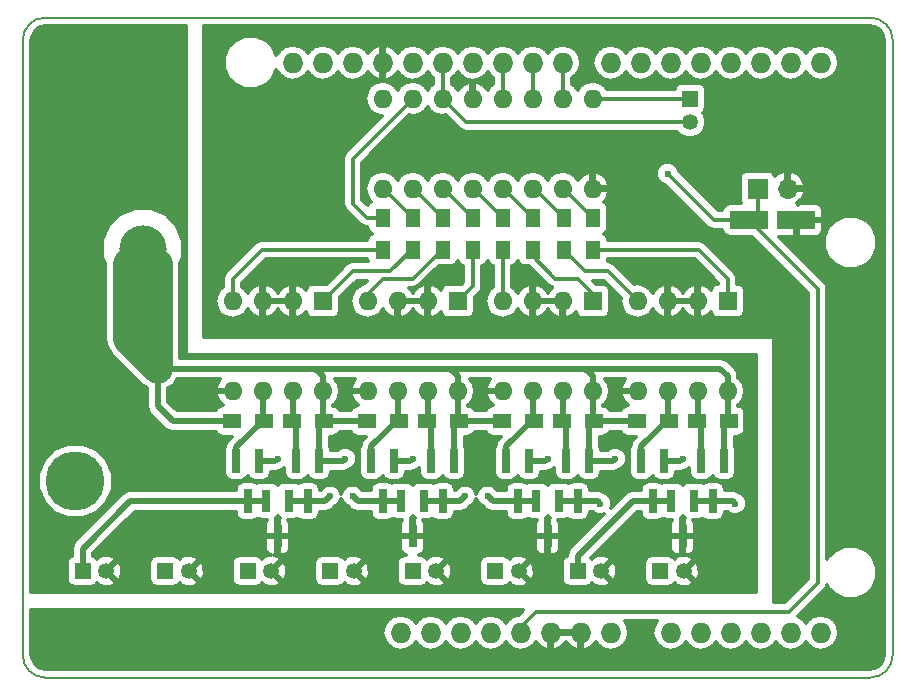
<source format=gbr>
%TF.GenerationSoftware,KiCad,Pcbnew,4.0.7*%
%TF.CreationDate,2018-07-13T11:03:56-06:00*%
%TF.ProjectId,valve_testing,76616C76655F74657374696E672E6B69,rev?*%
%TF.FileFunction,Copper,L2,Bot,Signal*%
%FSLAX46Y46*%
G04 Gerber Fmt 4.6, Leading zero omitted, Abs format (unit mm)*
G04 Created by KiCad (PCBNEW 4.0.7) date Friday, July 13, 2018 'AMt' 11:03:56 AM*
%MOMM*%
%LPD*%
G01*
G04 APERTURE LIST*
%ADD10C,0.150000*%
%ADD11O,1.727200X1.727200*%
%ADD12O,1.600000X1.600000*%
%ADD13R,0.700000X2.000000*%
%ADD14R,1.600000X1.600000*%
%ADD15C,4.000500*%
%ADD16R,1.300000X1.500000*%
%ADD17R,3.200000X1.500000*%
%ADD18R,0.800000X1.900000*%
%ADD19R,1.500000X1.300000*%
%ADD20C,5.000000*%
%ADD21R,1.350000X1.350000*%
%ADD22C,1.350000*%
%ADD23R,1.700000X1.700000*%
%ADD24O,1.700000X1.700000*%
%ADD25C,0.600000*%
%ADD26C,3.810000*%
%ADD27C,2.540000*%
%ADD28C,0.508000*%
%ADD29C,0.304800*%
G04 APERTURE END LIST*
D10*
X157480000Y-51435000D02*
X157480000Y-50165000D01*
X83820000Y-51435000D02*
X83820000Y-50165000D01*
X83820000Y-100965000D02*
X83820000Y-102235000D01*
X157480000Y-101092000D02*
X157480000Y-102235000D01*
X83820000Y-51435000D02*
X83820000Y-100965000D01*
X157480000Y-51435000D02*
X157480000Y-101092000D01*
X83820000Y-102235000D02*
G75*
G03X85725000Y-104140000I1905000J0D01*
G01*
X85725000Y-48260000D02*
G75*
G03X83820000Y-50165000I0J-1905000D01*
G01*
X157480000Y-50165000D02*
G75*
G03X155575000Y-48260000I-1905000J0D01*
G01*
X155575000Y-104140000D02*
G75*
G03X157480000Y-102235000I0J1905000D01*
G01*
X155575000Y-48260000D02*
X85725000Y-48260000D01*
X85725000Y-104140000D02*
X155575000Y-104140000D01*
D11*
X138684000Y-100330000D03*
X133604000Y-100330000D03*
X131064000Y-100330000D03*
X128524000Y-100330000D03*
X125984000Y-100330000D03*
X123444000Y-100330000D03*
X120904000Y-100330000D03*
X118364000Y-100330000D03*
X151384000Y-52070000D03*
X148844000Y-52070000D03*
X146304000Y-52070000D03*
X143764000Y-52070000D03*
X141224000Y-52070000D03*
X138684000Y-52070000D03*
X136144000Y-52070000D03*
X133604000Y-52070000D03*
X114300000Y-52070000D03*
X129540000Y-52070000D03*
X127000000Y-52070000D03*
X124460000Y-52070000D03*
X106680000Y-52070000D03*
X109220000Y-52070000D03*
X111760000Y-52070000D03*
X116840000Y-52070000D03*
X119380000Y-52070000D03*
X121920000Y-52070000D03*
X115824000Y-100330000D03*
X141224000Y-100330000D03*
X143764000Y-100330000D03*
X146304000Y-100330000D03*
X148844000Y-100330000D03*
X151384000Y-100330000D03*
D12*
X114300000Y-62738000D03*
X116840000Y-62738000D03*
X119380000Y-62738000D03*
X121920000Y-62738000D03*
X124460000Y-62738000D03*
X127000000Y-62738000D03*
X129540000Y-62738000D03*
X132080000Y-62738000D03*
X132080000Y-55118000D03*
X129540000Y-55118000D03*
X127000000Y-55118000D03*
X124460000Y-55118000D03*
X121920000Y-55118000D03*
X119380000Y-55118000D03*
X116840000Y-55118000D03*
X114300000Y-55118000D03*
D13*
X113350000Y-85803000D03*
X115250000Y-85803000D03*
X114300000Y-89203000D03*
D14*
X109220000Y-72263000D03*
D12*
X101600000Y-79883000D03*
X106680000Y-72263000D03*
X104140000Y-79883000D03*
X104140000Y-72263000D03*
X106680000Y-79883000D03*
X101600000Y-72263000D03*
X109220000Y-79883000D03*
D15*
X93980000Y-67818000D03*
X93980000Y-60198000D03*
D16*
X129667000Y-65198000D03*
X129667000Y-67898000D03*
X114300000Y-65198000D03*
X114300000Y-67898000D03*
X116840000Y-65198000D03*
X116840000Y-67898000D03*
X119380000Y-65198000D03*
X119380000Y-67898000D03*
X121920000Y-65198000D03*
X121920000Y-67898000D03*
X124460000Y-65198000D03*
X124460000Y-67898000D03*
X127000000Y-65198000D03*
X127000000Y-67898000D03*
D17*
X145320000Y-65405000D03*
X149320000Y-65405000D03*
D16*
X132080000Y-65198000D03*
X132080000Y-67898000D03*
D14*
X120650000Y-72263000D03*
D12*
X113030000Y-79883000D03*
X118110000Y-72263000D03*
X115570000Y-79883000D03*
X115570000Y-72263000D03*
X118110000Y-79883000D03*
X113030000Y-72263000D03*
X120650000Y-79883000D03*
D14*
X132080000Y-72263000D03*
D12*
X124460000Y-79883000D03*
X129540000Y-72263000D03*
X127000000Y-79883000D03*
X127000000Y-72263000D03*
X129540000Y-79883000D03*
X124460000Y-72263000D03*
X132080000Y-79883000D03*
D14*
X143510000Y-72263000D03*
D12*
X135890000Y-79883000D03*
X140970000Y-72263000D03*
X138430000Y-79883000D03*
X138430000Y-72263000D03*
X140970000Y-79883000D03*
X135890000Y-72263000D03*
X143510000Y-79883000D03*
D18*
X104460000Y-89178000D03*
X106360000Y-89178000D03*
X105410000Y-92178000D03*
X115890000Y-89178000D03*
X117790000Y-89178000D03*
X116840000Y-92178000D03*
X127320000Y-89178000D03*
X129220000Y-89178000D03*
X128270000Y-92178000D03*
X138750000Y-89178000D03*
X140650000Y-89178000D03*
X139700000Y-92178000D03*
D13*
X101920000Y-85803000D03*
X103820000Y-85803000D03*
X102870000Y-89203000D03*
X107000000Y-85803000D03*
X108900000Y-85803000D03*
X107950000Y-89203000D03*
X118430000Y-85803000D03*
X120330000Y-85803000D03*
X119380000Y-89203000D03*
X124780000Y-85803000D03*
X126680000Y-85803000D03*
X125730000Y-89203000D03*
X129860000Y-85803000D03*
X131760000Y-85803000D03*
X130810000Y-89203000D03*
X136210000Y-85803000D03*
X138110000Y-85803000D03*
X137160000Y-89203000D03*
X141290000Y-85803000D03*
X143190000Y-85803000D03*
X142240000Y-89203000D03*
D19*
X101520000Y-82423000D03*
X104220000Y-82423000D03*
X109300000Y-82423000D03*
X106600000Y-82423000D03*
X112950000Y-82423000D03*
X115650000Y-82423000D03*
X120730000Y-82423000D03*
X118030000Y-82423000D03*
X124380000Y-82423000D03*
X127080000Y-82423000D03*
X132160000Y-82423000D03*
X129460000Y-82423000D03*
X135810000Y-82423000D03*
X138510000Y-82423000D03*
X143590000Y-82423000D03*
X140890000Y-82423000D03*
D20*
X88265000Y-87503000D03*
D21*
X137795000Y-95123000D03*
D22*
X139795000Y-95123000D03*
D23*
X146050000Y-62738000D03*
D24*
X148590000Y-62738000D03*
D21*
X140335000Y-55118000D03*
D22*
X140335000Y-57118000D03*
D21*
X88900000Y-95123000D03*
D22*
X90900000Y-95123000D03*
D21*
X95885000Y-95123000D03*
D22*
X97885000Y-95123000D03*
D21*
X102870000Y-95123000D03*
D22*
X104870000Y-95123000D03*
D21*
X109855000Y-95123000D03*
D22*
X111855000Y-95123000D03*
D21*
X116840000Y-95123000D03*
D22*
X118840000Y-95123000D03*
D21*
X123825000Y-95123000D03*
D22*
X125825000Y-95123000D03*
D21*
X130810000Y-95123000D03*
D22*
X132810000Y-95123000D03*
D23*
X95250000Y-72898000D03*
D24*
X95250000Y-75438000D03*
X95250000Y-77978000D03*
D23*
X88265000Y-72898000D03*
D24*
X88265000Y-75438000D03*
X88265000Y-77978000D03*
D25*
X139700000Y-85598000D03*
X116840000Y-85598000D03*
X128270000Y-85598000D03*
X133985000Y-85598000D03*
X105410000Y-85598000D03*
X111125000Y-85598000D03*
X138430000Y-61468000D03*
X109855000Y-88773000D03*
X111760000Y-88773000D03*
X121285000Y-88773000D03*
X123190000Y-88773000D03*
X132715000Y-89408000D03*
X144145000Y-89408000D03*
D26*
X88265000Y-77978000D02*
X88265000Y-72898000D01*
D27*
X96393000Y-60198000D02*
X96393000Y-61722000D01*
X96393000Y-61722000D02*
X95250000Y-62865000D01*
X93980000Y-60198000D02*
X93980000Y-62484000D01*
X96393000Y-60198000D02*
X93980000Y-60198000D01*
X96520000Y-60071000D02*
X96393000Y-60198000D01*
X96520000Y-59690000D02*
X96520000Y-60071000D01*
X94234000Y-57404000D02*
X96520000Y-59690000D01*
X91694000Y-59944000D02*
X94234000Y-57404000D01*
X91694000Y-60198000D02*
X91694000Y-59944000D01*
X93980000Y-62484000D02*
X91694000Y-60198000D01*
X93980000Y-67818000D02*
X92710000Y-69088000D01*
X92710000Y-69088000D02*
X92710000Y-75438000D01*
X92710000Y-75438000D02*
X95250000Y-77978000D01*
X95250000Y-69088000D02*
X95250000Y-72898000D01*
X95250000Y-72898000D02*
X95250000Y-75438000D01*
X95250000Y-75438000D02*
X95250000Y-77978000D01*
D28*
X95250000Y-77978000D02*
X95250000Y-81153000D01*
X96520000Y-82423000D02*
X101520000Y-82423000D01*
X95250000Y-81153000D02*
X96520000Y-82423000D01*
X95250000Y-77978000D02*
X108585000Y-77978000D01*
X139495000Y-85803000D02*
X138110000Y-85803000D01*
X139700000Y-85598000D02*
X139495000Y-85803000D01*
X116635000Y-85803000D02*
X115250000Y-85803000D01*
X116840000Y-85598000D02*
X116635000Y-85803000D01*
X120330000Y-85803000D02*
X120330000Y-82823000D01*
X131760000Y-85803000D02*
X133780000Y-85803000D01*
X128065000Y-85803000D02*
X126680000Y-85803000D01*
X128270000Y-85598000D02*
X128065000Y-85803000D01*
X133780000Y-85803000D02*
X133985000Y-85598000D01*
X143190000Y-85803000D02*
X143190000Y-82823000D01*
X143190000Y-82823000D02*
X143590000Y-82423000D01*
X131760000Y-85803000D02*
X131760000Y-82823000D01*
X131760000Y-82823000D02*
X132160000Y-82423000D01*
X120330000Y-82823000D02*
X120730000Y-82423000D01*
X108900000Y-85803000D02*
X110920000Y-85803000D01*
X105205000Y-85803000D02*
X103820000Y-85803000D01*
X105410000Y-85598000D02*
X105205000Y-85803000D01*
X110920000Y-85803000D02*
X111125000Y-85598000D01*
X108900000Y-85803000D02*
X108900000Y-82823000D01*
X108900000Y-82823000D02*
X109300000Y-82423000D01*
X143510000Y-79883000D02*
X143510000Y-82343000D01*
X143510000Y-82343000D02*
X143590000Y-82423000D01*
X132080000Y-79883000D02*
X132080000Y-82343000D01*
X132080000Y-82343000D02*
X132160000Y-82423000D01*
X132160000Y-82423000D02*
X135810000Y-82423000D01*
X120730000Y-82423000D02*
X124380000Y-82423000D01*
X120650000Y-79883000D02*
X120650000Y-82343000D01*
X120650000Y-82343000D02*
X120730000Y-82423000D01*
X131445000Y-77978000D02*
X142875000Y-77978000D01*
X143510000Y-78613000D02*
X143510000Y-79883000D01*
X142875000Y-77978000D02*
X143510000Y-78613000D01*
X120015000Y-77978000D02*
X131445000Y-77978000D01*
X132080000Y-78613000D02*
X132080000Y-79883000D01*
X131445000Y-77978000D02*
X132080000Y-78613000D01*
X108585000Y-77978000D02*
X120015000Y-77978000D01*
X120650000Y-78613000D02*
X120650000Y-79883000D01*
X120015000Y-77978000D02*
X120650000Y-78613000D01*
X109300000Y-82423000D02*
X112950000Y-82423000D01*
X109220000Y-79883000D02*
X109220000Y-82343000D01*
X109220000Y-82343000D02*
X109300000Y-82423000D01*
X109220000Y-78613000D02*
X109220000Y-79883000D01*
X108585000Y-77978000D02*
X109220000Y-78613000D01*
D29*
X114300000Y-65198000D02*
X112950000Y-65198000D01*
X111760000Y-60198000D02*
X116840000Y-55118000D01*
X111760000Y-64008000D02*
X111760000Y-60198000D01*
X112950000Y-65198000D02*
X111760000Y-64008000D01*
X114300000Y-67898000D02*
X104060000Y-67898000D01*
X104060000Y-67898000D02*
X101600000Y-70358000D01*
X101600000Y-70358000D02*
X101600000Y-72263000D01*
X114300000Y-62738000D02*
X114380000Y-62738000D01*
X114380000Y-62738000D02*
X116840000Y-65198000D01*
X111760000Y-69723000D02*
X109220000Y-72263000D01*
X114935000Y-69723000D02*
X111760000Y-69723000D01*
X116840000Y-67898000D02*
X116760000Y-67898000D01*
X116760000Y-67898000D02*
X114935000Y-69723000D01*
X116840000Y-62738000D02*
X116920000Y-62738000D01*
X116920000Y-62738000D02*
X119380000Y-65198000D01*
X119380000Y-67898000D02*
X119300000Y-67898000D01*
X119300000Y-67898000D02*
X116840000Y-70358000D01*
X116840000Y-70358000D02*
X114300000Y-70358000D01*
X114300000Y-70358000D02*
X113030000Y-71628000D01*
X113030000Y-71628000D02*
X113030000Y-72263000D01*
X119380000Y-62738000D02*
X119460000Y-62738000D01*
X119460000Y-62738000D02*
X121920000Y-65198000D01*
X121920000Y-70993000D02*
X120650000Y-72263000D01*
X121920000Y-67898000D02*
X121920000Y-70993000D01*
X121920000Y-62738000D02*
X122000000Y-62738000D01*
X122000000Y-62738000D02*
X124460000Y-65198000D01*
X124460000Y-67898000D02*
X124460000Y-72263000D01*
X124460000Y-62738000D02*
X124540000Y-62738000D01*
X124540000Y-62738000D02*
X127000000Y-65198000D01*
X130810000Y-70358000D02*
X132080000Y-71628000D01*
X132080000Y-71628000D02*
X132080000Y-72263000D01*
X128905000Y-70358000D02*
X130810000Y-70358000D01*
X127000000Y-67898000D02*
X127000000Y-68453000D01*
X127000000Y-68453000D02*
X128905000Y-70358000D01*
X127000000Y-62738000D02*
X127207000Y-62738000D01*
X127207000Y-62738000D02*
X129667000Y-65198000D01*
X129667000Y-67898000D02*
X129667000Y-67945000D01*
X129667000Y-67945000D02*
X131445000Y-69723000D01*
X131445000Y-69723000D02*
X133350000Y-69723000D01*
X133350000Y-69723000D02*
X135890000Y-72263000D01*
X129540000Y-62738000D02*
X129620000Y-62738000D01*
X129620000Y-62738000D02*
X132080000Y-65198000D01*
X143510000Y-70358000D02*
X143510000Y-72263000D01*
X141050000Y-67898000D02*
X143510000Y-70358000D01*
X132080000Y-67898000D02*
X141050000Y-67898000D01*
X145320000Y-65405000D02*
X142367000Y-65405000D01*
X142367000Y-65405000D02*
X138430000Y-61468000D01*
X146050000Y-62865000D02*
X146050000Y-64675000D01*
X146050000Y-64675000D02*
X145320000Y-65405000D01*
X151130000Y-90043000D02*
X151130000Y-71215000D01*
X151130000Y-96139000D02*
X151130000Y-90043000D01*
X148717000Y-98552000D02*
X151130000Y-96139000D01*
X127254000Y-98552000D02*
X148717000Y-98552000D01*
X125984000Y-99822000D02*
X127254000Y-98552000D01*
X151130000Y-71215000D02*
X145320000Y-65405000D01*
X125984000Y-100330000D02*
X125984000Y-99822000D01*
X145320000Y-65405000D02*
X145320000Y-65500000D01*
X127000000Y-55118000D02*
X127000000Y-52070000D01*
X124460000Y-55118000D02*
X124460000Y-52070000D01*
X140335000Y-57118000D02*
X121380000Y-57118000D01*
X121380000Y-57118000D02*
X119380000Y-55118000D01*
X119380000Y-55118000D02*
X119380000Y-52070000D01*
X129540000Y-52070000D02*
X129540000Y-55118000D01*
D28*
X104435000Y-89203000D02*
X104460000Y-89178000D01*
X102870000Y-89203000D02*
X92915000Y-89203000D01*
X102870000Y-89203000D02*
X104435000Y-89203000D01*
X88900000Y-93218000D02*
X88900000Y-95123000D01*
X92915000Y-89203000D02*
X88900000Y-93218000D01*
X109425000Y-89203000D02*
X109855000Y-88773000D01*
X107950000Y-89203000D02*
X109425000Y-89203000D01*
X107950000Y-89203000D02*
X106385000Y-89203000D01*
X106385000Y-89203000D02*
X106360000Y-89178000D01*
X115865000Y-89203000D02*
X115890000Y-89178000D01*
X112190000Y-89203000D02*
X111760000Y-88773000D01*
X114300000Y-89203000D02*
X112190000Y-89203000D01*
X114300000Y-89203000D02*
X115865000Y-89203000D01*
X120855000Y-89203000D02*
X121285000Y-88773000D01*
X119380000Y-89203000D02*
X120855000Y-89203000D01*
X119355000Y-89178000D02*
X119380000Y-89203000D01*
X117790000Y-89178000D02*
X119355000Y-89178000D01*
X127295000Y-89203000D02*
X127320000Y-89178000D01*
X123620000Y-89203000D02*
X123190000Y-88773000D01*
X125730000Y-89203000D02*
X123620000Y-89203000D01*
X125730000Y-89203000D02*
X127295000Y-89203000D01*
X132510000Y-89203000D02*
X132715000Y-89408000D01*
X132510000Y-89203000D02*
X130810000Y-89203000D01*
X130785000Y-89178000D02*
X130810000Y-89203000D01*
X129220000Y-89178000D02*
X130785000Y-89178000D01*
X138725000Y-89203000D02*
X138750000Y-89178000D01*
X130810000Y-93853000D02*
X130810000Y-95123000D01*
X135460000Y-89203000D02*
X130810000Y-93853000D01*
X137160000Y-89203000D02*
X135460000Y-89203000D01*
X137160000Y-89203000D02*
X137160000Y-89408000D01*
X137160000Y-89203000D02*
X138725000Y-89203000D01*
X143940000Y-89203000D02*
X142240000Y-89203000D01*
X142215000Y-89178000D02*
X142240000Y-89203000D01*
X143940000Y-89203000D02*
X144145000Y-89408000D01*
X140650000Y-89178000D02*
X142215000Y-89178000D01*
X101920000Y-84643000D02*
X101920000Y-85803000D01*
X104220000Y-82423000D02*
X104140000Y-82423000D01*
X104140000Y-82423000D02*
X101920000Y-84643000D01*
X104140000Y-82343000D02*
X104220000Y-82423000D01*
X104220000Y-82296000D02*
X104220000Y-82343000D01*
X104140000Y-79883000D02*
X104140000Y-82343000D01*
X106680000Y-79883000D02*
X106680000Y-82343000D01*
X106680000Y-82343000D02*
X107000000Y-82663000D01*
X107000000Y-82663000D02*
X107000000Y-85803000D01*
X113350000Y-84563000D02*
X113350000Y-85803000D01*
X115570000Y-82343000D02*
X113350000Y-84563000D01*
X115570000Y-79883000D02*
X115570000Y-82343000D01*
X118110000Y-79883000D02*
X118110000Y-82343000D01*
X118110000Y-82343000D02*
X118430000Y-82663000D01*
X118430000Y-82663000D02*
X118430000Y-85803000D01*
X124780000Y-84563000D02*
X124780000Y-85803000D01*
X127000000Y-82343000D02*
X124780000Y-84563000D01*
X127000000Y-79883000D02*
X127000000Y-82343000D01*
X129540000Y-79883000D02*
X129540000Y-82343000D01*
X129540000Y-82343000D02*
X129860000Y-82663000D01*
X129860000Y-82663000D02*
X129860000Y-85803000D01*
X136210000Y-84563000D02*
X136210000Y-85803000D01*
X138430000Y-82343000D02*
X136210000Y-84563000D01*
X138430000Y-79883000D02*
X138430000Y-82343000D01*
X140970000Y-79883000D02*
X140970000Y-82343000D01*
X140970000Y-82343000D02*
X141290000Y-82663000D01*
X141290000Y-82663000D02*
X141290000Y-85803000D01*
D29*
X140335000Y-55118000D02*
X132080000Y-55118000D01*
G36*
X97637600Y-76708000D02*
X97649607Y-76767292D01*
X97683736Y-76817242D01*
X97734609Y-76849977D01*
X97790000Y-76860400D01*
X145897600Y-76860400D01*
X145897600Y-96875600D01*
X84555400Y-96875600D01*
X84555400Y-94448000D01*
X87551662Y-94448000D01*
X87551662Y-95798000D01*
X87597711Y-96042730D01*
X87742346Y-96267499D01*
X87963034Y-96418288D01*
X88225000Y-96471338D01*
X89575000Y-96471338D01*
X89819730Y-96425289D01*
X90044499Y-96280654D01*
X90149211Y-96127402D01*
X90184122Y-96281175D01*
X90681829Y-96466969D01*
X91212751Y-96448156D01*
X91615878Y-96281175D01*
X91671128Y-96037812D01*
X90900000Y-95266684D01*
X90885858Y-95280827D01*
X90742174Y-95137143D01*
X90756316Y-95123000D01*
X91043684Y-95123000D01*
X91814812Y-95894128D01*
X92058175Y-95838878D01*
X92243969Y-95341171D01*
X92225156Y-94810249D01*
X92075108Y-94448000D01*
X94536662Y-94448000D01*
X94536662Y-95798000D01*
X94582711Y-96042730D01*
X94727346Y-96267499D01*
X94948034Y-96418288D01*
X95210000Y-96471338D01*
X96560000Y-96471338D01*
X96804730Y-96425289D01*
X97029499Y-96280654D01*
X97134211Y-96127402D01*
X97169122Y-96281175D01*
X97666829Y-96466969D01*
X98197751Y-96448156D01*
X98600878Y-96281175D01*
X98656128Y-96037812D01*
X97885000Y-95266684D01*
X97870858Y-95280827D01*
X97727174Y-95137143D01*
X97741316Y-95123000D01*
X98028684Y-95123000D01*
X98799812Y-95894128D01*
X99043175Y-95838878D01*
X99228969Y-95341171D01*
X99210156Y-94810249D01*
X99060108Y-94448000D01*
X101521662Y-94448000D01*
X101521662Y-95798000D01*
X101567711Y-96042730D01*
X101712346Y-96267499D01*
X101933034Y-96418288D01*
X102195000Y-96471338D01*
X103545000Y-96471338D01*
X103789730Y-96425289D01*
X104014499Y-96280654D01*
X104119211Y-96127402D01*
X104154122Y-96281175D01*
X104651829Y-96466969D01*
X105182751Y-96448156D01*
X105585878Y-96281175D01*
X105641128Y-96037812D01*
X104870000Y-95266684D01*
X104855858Y-95280827D01*
X104712174Y-95137143D01*
X104726316Y-95123000D01*
X105013684Y-95123000D01*
X105784812Y-95894128D01*
X106028175Y-95838878D01*
X106213969Y-95341171D01*
X106195156Y-94810249D01*
X106045108Y-94448000D01*
X108506662Y-94448000D01*
X108506662Y-95798000D01*
X108552711Y-96042730D01*
X108697346Y-96267499D01*
X108918034Y-96418288D01*
X109180000Y-96471338D01*
X110530000Y-96471338D01*
X110774730Y-96425289D01*
X110999499Y-96280654D01*
X111104211Y-96127402D01*
X111139122Y-96281175D01*
X111636829Y-96466969D01*
X112167751Y-96448156D01*
X112570878Y-96281175D01*
X112626128Y-96037812D01*
X111855000Y-95266684D01*
X111840858Y-95280827D01*
X111697174Y-95137143D01*
X111711316Y-95123000D01*
X111998684Y-95123000D01*
X112769812Y-95894128D01*
X113013175Y-95838878D01*
X113198969Y-95341171D01*
X113180156Y-94810249D01*
X113030108Y-94448000D01*
X115491662Y-94448000D01*
X115491662Y-95798000D01*
X115537711Y-96042730D01*
X115682346Y-96267499D01*
X115903034Y-96418288D01*
X116165000Y-96471338D01*
X117515000Y-96471338D01*
X117759730Y-96425289D01*
X117984499Y-96280654D01*
X118089211Y-96127402D01*
X118124122Y-96281175D01*
X118621829Y-96466969D01*
X119152751Y-96448156D01*
X119555878Y-96281175D01*
X119611128Y-96037812D01*
X118840000Y-95266684D01*
X118825858Y-95280827D01*
X118682174Y-95137143D01*
X118696316Y-95123000D01*
X118983684Y-95123000D01*
X119754812Y-95894128D01*
X119998175Y-95838878D01*
X120183969Y-95341171D01*
X120165156Y-94810249D01*
X120015108Y-94448000D01*
X122476662Y-94448000D01*
X122476662Y-95798000D01*
X122522711Y-96042730D01*
X122667346Y-96267499D01*
X122888034Y-96418288D01*
X123150000Y-96471338D01*
X124500000Y-96471338D01*
X124744730Y-96425289D01*
X124969499Y-96280654D01*
X125074211Y-96127402D01*
X125109122Y-96281175D01*
X125606829Y-96466969D01*
X126137751Y-96448156D01*
X126540878Y-96281175D01*
X126596128Y-96037812D01*
X125825000Y-95266684D01*
X125810858Y-95280827D01*
X125667174Y-95137143D01*
X125681316Y-95123000D01*
X125968684Y-95123000D01*
X126739812Y-95894128D01*
X126983175Y-95838878D01*
X127168969Y-95341171D01*
X127150156Y-94810249D01*
X126983175Y-94407122D01*
X126739812Y-94351872D01*
X125968684Y-95123000D01*
X125681316Y-95123000D01*
X125667174Y-95108858D01*
X125810858Y-94965174D01*
X125825000Y-94979316D01*
X126596128Y-94208188D01*
X126540878Y-93964825D01*
X126043171Y-93779031D01*
X125512249Y-93797844D01*
X125109122Y-93964825D01*
X125073844Y-94120215D01*
X124982654Y-93978501D01*
X124761966Y-93827712D01*
X124500000Y-93774662D01*
X123150000Y-93774662D01*
X122905270Y-93820711D01*
X122680501Y-93965346D01*
X122529712Y-94186034D01*
X122476662Y-94448000D01*
X120015108Y-94448000D01*
X119998175Y-94407122D01*
X119754812Y-94351872D01*
X118983684Y-95123000D01*
X118696316Y-95123000D01*
X118682174Y-95108858D01*
X118825858Y-94965174D01*
X118840000Y-94979316D01*
X119611128Y-94208188D01*
X119555878Y-93964825D01*
X119058171Y-93779031D01*
X118527249Y-93797844D01*
X118124122Y-93964825D01*
X118088844Y-94120215D01*
X117997654Y-93978501D01*
X117776966Y-93827712D01*
X117515000Y-93774662D01*
X117404527Y-93774662D01*
X117614086Y-93687860D01*
X117799860Y-93502087D01*
X117900400Y-93259362D01*
X117900400Y-92444700D01*
X127209600Y-92444700D01*
X127209600Y-93259362D01*
X127310140Y-93502087D01*
X127495914Y-93687860D01*
X127738639Y-93788400D01*
X128003300Y-93788400D01*
X128168400Y-93623300D01*
X128168400Y-92279600D01*
X128371600Y-92279600D01*
X128371600Y-93623300D01*
X128536700Y-93788400D01*
X128801361Y-93788400D01*
X129044086Y-93687860D01*
X129229860Y-93502087D01*
X129330400Y-93259362D01*
X129330400Y-92444700D01*
X129165300Y-92279600D01*
X128371600Y-92279600D01*
X128168400Y-92279600D01*
X127374700Y-92279600D01*
X127209600Y-92444700D01*
X117900400Y-92444700D01*
X117735300Y-92279600D01*
X116941600Y-92279600D01*
X116941600Y-92299600D01*
X116738400Y-92299600D01*
X116738400Y-92279600D01*
X115944700Y-92279600D01*
X115779600Y-92444700D01*
X115779600Y-93259362D01*
X115880140Y-93502087D01*
X116065914Y-93687860D01*
X116275473Y-93774662D01*
X116165000Y-93774662D01*
X115920270Y-93820711D01*
X115695501Y-93965346D01*
X115544712Y-94186034D01*
X115491662Y-94448000D01*
X113030108Y-94448000D01*
X113013175Y-94407122D01*
X112769812Y-94351872D01*
X111998684Y-95123000D01*
X111711316Y-95123000D01*
X111697174Y-95108858D01*
X111840858Y-94965174D01*
X111855000Y-94979316D01*
X112626128Y-94208188D01*
X112570878Y-93964825D01*
X112073171Y-93779031D01*
X111542249Y-93797844D01*
X111139122Y-93964825D01*
X111103844Y-94120215D01*
X111012654Y-93978501D01*
X110791966Y-93827712D01*
X110530000Y-93774662D01*
X109180000Y-93774662D01*
X108935270Y-93820711D01*
X108710501Y-93965346D01*
X108559712Y-94186034D01*
X108506662Y-94448000D01*
X106045108Y-94448000D01*
X106028175Y-94407122D01*
X105784812Y-94351872D01*
X105013684Y-95123000D01*
X104726316Y-95123000D01*
X104712174Y-95108858D01*
X104855858Y-94965174D01*
X104870000Y-94979316D01*
X105641128Y-94208188D01*
X105585878Y-93964825D01*
X105113269Y-93788400D01*
X105143300Y-93788400D01*
X105308400Y-93623300D01*
X105308400Y-92279600D01*
X105511600Y-92279600D01*
X105511600Y-93623300D01*
X105676700Y-93788400D01*
X105941361Y-93788400D01*
X106184086Y-93687860D01*
X106369860Y-93502087D01*
X106470400Y-93259362D01*
X106470400Y-92444700D01*
X106305300Y-92279600D01*
X105511600Y-92279600D01*
X105308400Y-92279600D01*
X104514700Y-92279600D01*
X104349600Y-92444700D01*
X104349600Y-93259362D01*
X104450140Y-93502087D01*
X104635914Y-93687860D01*
X104874315Y-93786609D01*
X104557249Y-93797844D01*
X104154122Y-93964825D01*
X104118844Y-94120215D01*
X104027654Y-93978501D01*
X103806966Y-93827712D01*
X103545000Y-93774662D01*
X102195000Y-93774662D01*
X101950270Y-93820711D01*
X101725501Y-93965346D01*
X101574712Y-94186034D01*
X101521662Y-94448000D01*
X99060108Y-94448000D01*
X99043175Y-94407122D01*
X98799812Y-94351872D01*
X98028684Y-95123000D01*
X97741316Y-95123000D01*
X97727174Y-95108858D01*
X97870858Y-94965174D01*
X97885000Y-94979316D01*
X98656128Y-94208188D01*
X98600878Y-93964825D01*
X98103171Y-93779031D01*
X97572249Y-93797844D01*
X97169122Y-93964825D01*
X97133844Y-94120215D01*
X97042654Y-93978501D01*
X96821966Y-93827712D01*
X96560000Y-93774662D01*
X95210000Y-93774662D01*
X94965270Y-93820711D01*
X94740501Y-93965346D01*
X94589712Y-94186034D01*
X94536662Y-94448000D01*
X92075108Y-94448000D01*
X92058175Y-94407122D01*
X91814812Y-94351872D01*
X91043684Y-95123000D01*
X90756316Y-95123000D01*
X90742174Y-95108858D01*
X90885858Y-94965174D01*
X90900000Y-94979316D01*
X91671128Y-94208188D01*
X91615878Y-93964825D01*
X91118171Y-93779031D01*
X90587249Y-93797844D01*
X90184122Y-93964825D01*
X90148844Y-94120215D01*
X90057654Y-93978501D01*
X89836966Y-93827712D01*
X89814400Y-93823142D01*
X89814400Y-93596756D01*
X93293757Y-90117400D01*
X101846662Y-90117400D01*
X101846662Y-90203000D01*
X101892711Y-90447730D01*
X102037346Y-90672499D01*
X102258034Y-90823288D01*
X102520000Y-90876338D01*
X103220000Y-90876338D01*
X103464730Y-90830289D01*
X103689499Y-90685654D01*
X103694867Y-90677797D01*
X103798034Y-90748288D01*
X104060000Y-90801338D01*
X104502715Y-90801338D01*
X104450140Y-90853913D01*
X104349600Y-91096638D01*
X104349600Y-91911300D01*
X104514700Y-92076400D01*
X105308400Y-92076400D01*
X105308400Y-90732700D01*
X105242400Y-90666700D01*
X105329499Y-90610654D01*
X105409999Y-90492838D01*
X105477346Y-90597499D01*
X105578016Y-90666284D01*
X105511600Y-90732700D01*
X105511600Y-92076400D01*
X106305300Y-92076400D01*
X106470400Y-91911300D01*
X106470400Y-91096638D01*
X106369860Y-90853913D01*
X106317285Y-90801338D01*
X106760000Y-90801338D01*
X107004730Y-90755289D01*
X107125127Y-90677816D01*
X107338034Y-90823288D01*
X107600000Y-90876338D01*
X108300000Y-90876338D01*
X108544730Y-90830289D01*
X108769499Y-90685654D01*
X108920288Y-90464966D01*
X108973338Y-90203000D01*
X108973338Y-90117400D01*
X109425000Y-90117400D01*
X109774926Y-90047795D01*
X110071578Y-89849578D01*
X110287854Y-89633302D01*
X110398312Y-89587662D01*
X110668712Y-89317733D01*
X110807661Y-88983108D01*
X110945338Y-89316312D01*
X111215267Y-89586712D01*
X111326917Y-89633073D01*
X111543422Y-89849579D01*
X111695677Y-89951312D01*
X111840074Y-90047795D01*
X112190000Y-90117400D01*
X113276662Y-90117400D01*
X113276662Y-90203000D01*
X113322711Y-90447730D01*
X113467346Y-90672499D01*
X113688034Y-90823288D01*
X113950000Y-90876338D01*
X114650000Y-90876338D01*
X114894730Y-90830289D01*
X115119499Y-90685654D01*
X115124867Y-90677797D01*
X115228034Y-90748288D01*
X115490000Y-90801338D01*
X115932715Y-90801338D01*
X115880140Y-90853913D01*
X115779600Y-91096638D01*
X115779600Y-91911300D01*
X115944700Y-92076400D01*
X116738400Y-92076400D01*
X116738400Y-90732700D01*
X116672400Y-90666700D01*
X116759499Y-90610654D01*
X116839999Y-90492838D01*
X116907346Y-90597499D01*
X117008016Y-90666284D01*
X116941600Y-90732700D01*
X116941600Y-92076400D01*
X117735300Y-92076400D01*
X117900400Y-91911300D01*
X117900400Y-91096638D01*
X117799860Y-90853913D01*
X117747285Y-90801338D01*
X118190000Y-90801338D01*
X118434730Y-90755289D01*
X118555127Y-90677816D01*
X118768034Y-90823288D01*
X119030000Y-90876338D01*
X119730000Y-90876338D01*
X119974730Y-90830289D01*
X120199499Y-90685654D01*
X120350288Y-90464966D01*
X120403338Y-90203000D01*
X120403338Y-90117400D01*
X120855000Y-90117400D01*
X121204926Y-90047795D01*
X121501578Y-89849578D01*
X121717854Y-89633302D01*
X121828312Y-89587662D01*
X122098712Y-89317733D01*
X122237661Y-88983108D01*
X122375338Y-89316312D01*
X122645267Y-89586712D01*
X122756917Y-89633073D01*
X122973422Y-89849579D01*
X123125677Y-89951312D01*
X123270074Y-90047795D01*
X123620000Y-90117400D01*
X124706662Y-90117400D01*
X124706662Y-90203000D01*
X124752711Y-90447730D01*
X124897346Y-90672499D01*
X125118034Y-90823288D01*
X125380000Y-90876338D01*
X126080000Y-90876338D01*
X126324730Y-90830289D01*
X126549499Y-90685654D01*
X126554867Y-90677797D01*
X126658034Y-90748288D01*
X126920000Y-90801338D01*
X127362715Y-90801338D01*
X127310140Y-90853913D01*
X127209600Y-91096638D01*
X127209600Y-91911300D01*
X127374700Y-92076400D01*
X128168400Y-92076400D01*
X128168400Y-90732700D01*
X128102400Y-90666700D01*
X128189499Y-90610654D01*
X128269999Y-90492838D01*
X128337346Y-90597499D01*
X128438016Y-90666284D01*
X128371600Y-90732700D01*
X128371600Y-92076400D01*
X129165300Y-92076400D01*
X129330400Y-91911300D01*
X129330400Y-91096638D01*
X129229860Y-90853913D01*
X129177285Y-90801338D01*
X129620000Y-90801338D01*
X129864730Y-90755289D01*
X129985127Y-90677816D01*
X130198034Y-90823288D01*
X130460000Y-90876338D01*
X131160000Y-90876338D01*
X131404730Y-90830289D01*
X131629499Y-90685654D01*
X131780288Y-90464966D01*
X131833338Y-90203000D01*
X131833338Y-90117400D01*
X132066137Y-90117400D01*
X132170267Y-90221712D01*
X132523127Y-90368233D01*
X132905197Y-90368566D01*
X133068932Y-90300912D01*
X130163422Y-93206422D01*
X129965205Y-93503074D01*
X129902480Y-93818414D01*
X129890270Y-93820711D01*
X129665501Y-93965346D01*
X129514712Y-94186034D01*
X129461662Y-94448000D01*
X129461662Y-95798000D01*
X129507711Y-96042730D01*
X129652346Y-96267499D01*
X129873034Y-96418288D01*
X130135000Y-96471338D01*
X131485000Y-96471338D01*
X131729730Y-96425289D01*
X131954499Y-96280654D01*
X132059211Y-96127402D01*
X132094122Y-96281175D01*
X132591829Y-96466969D01*
X133122751Y-96448156D01*
X133525878Y-96281175D01*
X133581128Y-96037812D01*
X132810000Y-95266684D01*
X132795858Y-95280827D01*
X132652174Y-95137143D01*
X132666316Y-95123000D01*
X132953684Y-95123000D01*
X133724812Y-95894128D01*
X133968175Y-95838878D01*
X134153969Y-95341171D01*
X134135156Y-94810249D01*
X133985108Y-94448000D01*
X136446662Y-94448000D01*
X136446662Y-95798000D01*
X136492711Y-96042730D01*
X136637346Y-96267499D01*
X136858034Y-96418288D01*
X137120000Y-96471338D01*
X138470000Y-96471338D01*
X138714730Y-96425289D01*
X138939499Y-96280654D01*
X139044211Y-96127402D01*
X139079122Y-96281175D01*
X139576829Y-96466969D01*
X140107751Y-96448156D01*
X140510878Y-96281175D01*
X140566128Y-96037812D01*
X139795000Y-95266684D01*
X139780858Y-95280827D01*
X139637174Y-95137143D01*
X139651316Y-95123000D01*
X139938684Y-95123000D01*
X140709812Y-95894128D01*
X140953175Y-95838878D01*
X141138969Y-95341171D01*
X141120156Y-94810249D01*
X140953175Y-94407122D01*
X140709812Y-94351872D01*
X139938684Y-95123000D01*
X139651316Y-95123000D01*
X139637174Y-95108858D01*
X139780858Y-94965174D01*
X139795000Y-94979316D01*
X140566128Y-94208188D01*
X140510878Y-93964825D01*
X140038269Y-93788400D01*
X140231361Y-93788400D01*
X140474086Y-93687860D01*
X140659860Y-93502087D01*
X140760400Y-93259362D01*
X140760400Y-92444700D01*
X140595300Y-92279600D01*
X139801600Y-92279600D01*
X139801600Y-93623300D01*
X139959242Y-93780942D01*
X139482249Y-93797844D01*
X139079122Y-93964825D01*
X139043844Y-94120215D01*
X138952654Y-93978501D01*
X138731966Y-93827712D01*
X138470000Y-93774662D01*
X137120000Y-93774662D01*
X136875270Y-93820711D01*
X136650501Y-93965346D01*
X136499712Y-94186034D01*
X136446662Y-94448000D01*
X133985108Y-94448000D01*
X133968175Y-94407122D01*
X133724812Y-94351872D01*
X132953684Y-95123000D01*
X132666316Y-95123000D01*
X132652174Y-95108858D01*
X132795858Y-94965174D01*
X132810000Y-94979316D01*
X133581128Y-94208188D01*
X133525878Y-93964825D01*
X133028171Y-93779031D01*
X132497249Y-93797844D01*
X132094122Y-93964825D01*
X132058844Y-94120215D01*
X131971570Y-93984586D01*
X133511456Y-92444700D01*
X138639600Y-92444700D01*
X138639600Y-93259362D01*
X138740140Y-93502087D01*
X138925914Y-93687860D01*
X139168639Y-93788400D01*
X139433300Y-93788400D01*
X139598400Y-93623300D01*
X139598400Y-92279600D01*
X138804700Y-92279600D01*
X138639600Y-92444700D01*
X133511456Y-92444700D01*
X135838756Y-90117400D01*
X136136662Y-90117400D01*
X136136662Y-90203000D01*
X136182711Y-90447730D01*
X136327346Y-90672499D01*
X136548034Y-90823288D01*
X136810000Y-90876338D01*
X137510000Y-90876338D01*
X137754730Y-90830289D01*
X137979499Y-90685654D01*
X137984867Y-90677797D01*
X138088034Y-90748288D01*
X138350000Y-90801338D01*
X138792715Y-90801338D01*
X138740140Y-90853913D01*
X138639600Y-91096638D01*
X138639600Y-91911300D01*
X138804700Y-92076400D01*
X139598400Y-92076400D01*
X139598400Y-90732700D01*
X139532400Y-90666700D01*
X139619499Y-90610654D01*
X139699999Y-90492838D01*
X139767346Y-90597499D01*
X139868016Y-90666284D01*
X139801600Y-90732700D01*
X139801600Y-92076400D01*
X140595300Y-92076400D01*
X140760400Y-91911300D01*
X140760400Y-91096638D01*
X140659860Y-90853913D01*
X140607285Y-90801338D01*
X141050000Y-90801338D01*
X141294730Y-90755289D01*
X141415127Y-90677816D01*
X141628034Y-90823288D01*
X141890000Y-90876338D01*
X142590000Y-90876338D01*
X142834730Y-90830289D01*
X143059499Y-90685654D01*
X143210288Y-90464966D01*
X143263338Y-90203000D01*
X143263338Y-90117400D01*
X143496137Y-90117400D01*
X143600267Y-90221712D01*
X143953127Y-90368233D01*
X144335197Y-90368566D01*
X144688312Y-90222662D01*
X144958712Y-89952733D01*
X145105233Y-89599873D01*
X145105566Y-89217803D01*
X144959662Y-88864688D01*
X144689733Y-88594288D01*
X144566937Y-88543299D01*
X144549163Y-88531422D01*
X144289926Y-88358205D01*
X143940000Y-88288600D01*
X143263338Y-88288600D01*
X143263338Y-88203000D01*
X143217289Y-87958270D01*
X143072654Y-87733501D01*
X142851966Y-87582712D01*
X142590000Y-87529662D01*
X141890000Y-87529662D01*
X141645270Y-87575711D01*
X141449501Y-87701685D01*
X141311966Y-87607712D01*
X141050000Y-87554662D01*
X140250000Y-87554662D01*
X140005270Y-87600711D01*
X139780501Y-87745346D01*
X139700001Y-87863162D01*
X139632654Y-87758501D01*
X139411966Y-87607712D01*
X139150000Y-87554662D01*
X138350000Y-87554662D01*
X138105270Y-87600711D01*
X137947187Y-87702435D01*
X137771966Y-87582712D01*
X137510000Y-87529662D01*
X136810000Y-87529662D01*
X136565270Y-87575711D01*
X136340501Y-87720346D01*
X136189712Y-87941034D01*
X136136662Y-88203000D01*
X136136662Y-88288600D01*
X135460000Y-88288600D01*
X135110074Y-88358205D01*
X134850837Y-88531422D01*
X134813422Y-88556422D01*
X133607960Y-89761884D01*
X133675233Y-89599873D01*
X133675566Y-89217803D01*
X133529662Y-88864688D01*
X133259733Y-88594288D01*
X133136937Y-88543299D01*
X133119163Y-88531422D01*
X132859926Y-88358205D01*
X132510000Y-88288600D01*
X131833338Y-88288600D01*
X131833338Y-88203000D01*
X131787289Y-87958270D01*
X131642654Y-87733501D01*
X131421966Y-87582712D01*
X131160000Y-87529662D01*
X130460000Y-87529662D01*
X130215270Y-87575711D01*
X130019501Y-87701685D01*
X129881966Y-87607712D01*
X129620000Y-87554662D01*
X128820000Y-87554662D01*
X128575270Y-87600711D01*
X128350501Y-87745346D01*
X128270001Y-87863162D01*
X128202654Y-87758501D01*
X127981966Y-87607712D01*
X127720000Y-87554662D01*
X126920000Y-87554662D01*
X126675270Y-87600711D01*
X126517187Y-87702435D01*
X126341966Y-87582712D01*
X126080000Y-87529662D01*
X125380000Y-87529662D01*
X125135270Y-87575711D01*
X124910501Y-87720346D01*
X124759712Y-87941034D01*
X124706662Y-88203000D01*
X124706662Y-88288600D01*
X124029004Y-88288600D01*
X124004662Y-88229688D01*
X123734733Y-87959288D01*
X123381873Y-87812767D01*
X122999803Y-87812434D01*
X122646688Y-87958338D01*
X122376288Y-88228267D01*
X122237339Y-88562892D01*
X122099662Y-88229688D01*
X121829733Y-87959288D01*
X121476873Y-87812767D01*
X121094803Y-87812434D01*
X120741688Y-87958338D01*
X120471288Y-88228267D01*
X120446235Y-88288600D01*
X120403338Y-88288600D01*
X120403338Y-88203000D01*
X120357289Y-87958270D01*
X120212654Y-87733501D01*
X119991966Y-87582712D01*
X119730000Y-87529662D01*
X119030000Y-87529662D01*
X118785270Y-87575711D01*
X118589501Y-87701685D01*
X118451966Y-87607712D01*
X118190000Y-87554662D01*
X117390000Y-87554662D01*
X117145270Y-87600711D01*
X116920501Y-87745346D01*
X116840001Y-87863162D01*
X116772654Y-87758501D01*
X116551966Y-87607712D01*
X116290000Y-87554662D01*
X115490000Y-87554662D01*
X115245270Y-87600711D01*
X115087187Y-87702435D01*
X114911966Y-87582712D01*
X114650000Y-87529662D01*
X113950000Y-87529662D01*
X113705270Y-87575711D01*
X113480501Y-87720346D01*
X113329712Y-87941034D01*
X113276662Y-88203000D01*
X113276662Y-88288600D01*
X112599004Y-88288600D01*
X112574662Y-88229688D01*
X112304733Y-87959288D01*
X111951873Y-87812767D01*
X111569803Y-87812434D01*
X111216688Y-87958338D01*
X110946288Y-88228267D01*
X110807339Y-88562892D01*
X110669662Y-88229688D01*
X110399733Y-87959288D01*
X110046873Y-87812767D01*
X109664803Y-87812434D01*
X109311688Y-87958338D01*
X109041288Y-88228267D01*
X109016235Y-88288600D01*
X108973338Y-88288600D01*
X108973338Y-88203000D01*
X108927289Y-87958270D01*
X108782654Y-87733501D01*
X108561966Y-87582712D01*
X108300000Y-87529662D01*
X107600000Y-87529662D01*
X107355270Y-87575711D01*
X107159501Y-87701685D01*
X107021966Y-87607712D01*
X106760000Y-87554662D01*
X105960000Y-87554662D01*
X105715270Y-87600711D01*
X105490501Y-87745346D01*
X105410001Y-87863162D01*
X105342654Y-87758501D01*
X105121966Y-87607712D01*
X104860000Y-87554662D01*
X104060000Y-87554662D01*
X103815270Y-87600711D01*
X103657187Y-87702435D01*
X103481966Y-87582712D01*
X103220000Y-87529662D01*
X102520000Y-87529662D01*
X102275270Y-87575711D01*
X102050501Y-87720346D01*
X101899712Y-87941034D01*
X101846662Y-88203000D01*
X101846662Y-88288600D01*
X92915000Y-88288600D01*
X92565074Y-88358205D01*
X92268421Y-88556422D01*
X88253422Y-92571422D01*
X88055205Y-92868074D01*
X87985600Y-93218000D01*
X87985600Y-93819708D01*
X87980270Y-93820711D01*
X87755501Y-93965346D01*
X87604712Y-94186034D01*
X87551662Y-94448000D01*
X84555400Y-94448000D01*
X84555400Y-88128884D01*
X85104053Y-88128884D01*
X85584181Y-89290884D01*
X86472440Y-90180695D01*
X87633600Y-90662850D01*
X88890884Y-90663947D01*
X90052884Y-90183819D01*
X90942695Y-89295560D01*
X91424850Y-88134400D01*
X91425947Y-86877116D01*
X90945819Y-85715116D01*
X90057560Y-84825305D01*
X88896400Y-84343150D01*
X87639116Y-84342053D01*
X86477116Y-84822181D01*
X85587305Y-85710440D01*
X85105150Y-86871600D01*
X85104053Y-88128884D01*
X84555400Y-88128884D01*
X84555400Y-78314093D01*
X86792468Y-78314093D01*
X86986103Y-78781589D01*
X87390973Y-79209832D01*
X87928906Y-79450540D01*
X88163400Y-79319887D01*
X88163400Y-78079600D01*
X88366600Y-78079600D01*
X88366600Y-79319887D01*
X88601094Y-79450540D01*
X89139027Y-79209832D01*
X89543897Y-78781589D01*
X89737532Y-78314093D01*
X89606458Y-78079600D01*
X88366600Y-78079600D01*
X88163400Y-78079600D01*
X86923542Y-78079600D01*
X86792468Y-78314093D01*
X84555400Y-78314093D01*
X84555400Y-75774093D01*
X86792468Y-75774093D01*
X86986103Y-76241589D01*
X87390973Y-76669832D01*
X87476271Y-76708000D01*
X87390973Y-76746168D01*
X86986103Y-77174411D01*
X86792468Y-77641907D01*
X86923542Y-77876400D01*
X88163400Y-77876400D01*
X88163400Y-75539600D01*
X88366600Y-75539600D01*
X88366600Y-77876400D01*
X89606458Y-77876400D01*
X89737532Y-77641907D01*
X89543897Y-77174411D01*
X89139027Y-76746168D01*
X89053729Y-76708000D01*
X89139027Y-76669832D01*
X89543897Y-76241589D01*
X89737532Y-75774093D01*
X89606458Y-75539600D01*
X88366600Y-75539600D01*
X88163400Y-75539600D01*
X86923542Y-75539600D01*
X86792468Y-75774093D01*
X84555400Y-75774093D01*
X84555400Y-73164700D01*
X86754600Y-73164700D01*
X86754600Y-73879361D01*
X86855140Y-74122086D01*
X87040913Y-74307860D01*
X87223377Y-74383439D01*
X86986103Y-74634411D01*
X86792468Y-75101907D01*
X86923542Y-75336400D01*
X88163400Y-75336400D01*
X88163400Y-72999600D01*
X88366600Y-72999600D01*
X88366600Y-75336400D01*
X89606458Y-75336400D01*
X89737532Y-75101907D01*
X89543897Y-74634411D01*
X89306623Y-74383439D01*
X89489087Y-74307860D01*
X89674860Y-74122086D01*
X89775400Y-73879361D01*
X89775400Y-73164700D01*
X89610300Y-72999600D01*
X88366600Y-72999600D01*
X88163400Y-72999600D01*
X86919700Y-72999600D01*
X86754600Y-73164700D01*
X84555400Y-73164700D01*
X84555400Y-71916639D01*
X86754600Y-71916639D01*
X86754600Y-72631300D01*
X86919700Y-72796400D01*
X88163400Y-72796400D01*
X88163400Y-71552700D01*
X88366600Y-71552700D01*
X88366600Y-72796400D01*
X89610300Y-72796400D01*
X89775400Y-72631300D01*
X89775400Y-71916639D01*
X89674860Y-71673914D01*
X89489087Y-71488140D01*
X89246362Y-71387600D01*
X88531700Y-71387600D01*
X88366600Y-71552700D01*
X88163400Y-71552700D01*
X87998300Y-71387600D01*
X87283638Y-71387600D01*
X87040913Y-71488140D01*
X86855140Y-71673914D01*
X86754600Y-71916639D01*
X84555400Y-71916639D01*
X84555400Y-68495820D01*
X90556757Y-68495820D01*
X90786697Y-69052319D01*
X90779600Y-69088000D01*
X90779600Y-75438000D01*
X90926543Y-76176732D01*
X91345001Y-76802999D01*
X93885001Y-79342999D01*
X94335600Y-79644079D01*
X94335600Y-81153000D01*
X94405205Y-81502926D01*
X94455505Y-81578205D01*
X94603422Y-81799578D01*
X95873421Y-83069578D01*
X96021748Y-83168686D01*
X96170074Y-83267795D01*
X96520000Y-83337400D01*
X100155368Y-83337400D01*
X100287346Y-83542499D01*
X100508034Y-83693288D01*
X100770000Y-83746338D01*
X101523506Y-83746338D01*
X101273422Y-83996422D01*
X101075205Y-84293074D01*
X101057164Y-84383772D01*
X100949712Y-84541034D01*
X100896662Y-84803000D01*
X100896662Y-86803000D01*
X100942711Y-87047730D01*
X101087346Y-87272499D01*
X101308034Y-87423288D01*
X101570000Y-87476338D01*
X102270000Y-87476338D01*
X102514730Y-87430289D01*
X102739499Y-87285654D01*
X102871498Y-87092466D01*
X102987346Y-87272499D01*
X103208034Y-87423288D01*
X103470000Y-87476338D01*
X104170000Y-87476338D01*
X104414730Y-87430289D01*
X104639499Y-87285654D01*
X104790288Y-87064966D01*
X104843338Y-86803000D01*
X104843338Y-86717400D01*
X105205000Y-86717400D01*
X105554926Y-86647795D01*
X105831500Y-86462994D01*
X105953312Y-86412662D01*
X105976662Y-86389353D01*
X105976662Y-86803000D01*
X106022711Y-87047730D01*
X106167346Y-87272499D01*
X106388034Y-87423288D01*
X106650000Y-87476338D01*
X107350000Y-87476338D01*
X107594730Y-87430289D01*
X107819499Y-87285654D01*
X107951498Y-87092466D01*
X108067346Y-87272499D01*
X108288034Y-87423288D01*
X108550000Y-87476338D01*
X109250000Y-87476338D01*
X109494730Y-87430289D01*
X109719499Y-87285654D01*
X109870288Y-87064966D01*
X109923338Y-86803000D01*
X109923338Y-86717400D01*
X110920000Y-86717400D01*
X111269926Y-86647795D01*
X111546500Y-86462994D01*
X111668312Y-86412662D01*
X111938712Y-86142733D01*
X112085233Y-85789873D01*
X112085566Y-85407803D01*
X111939662Y-85054688D01*
X111669733Y-84784288D01*
X111316873Y-84637767D01*
X110934803Y-84637434D01*
X110581688Y-84783338D01*
X110476242Y-84888600D01*
X109923338Y-84888600D01*
X109923338Y-84803000D01*
X109877289Y-84558270D01*
X109814400Y-84460538D01*
X109814400Y-83746338D01*
X110050000Y-83746338D01*
X110294730Y-83700289D01*
X110519499Y-83555654D01*
X110668625Y-83337400D01*
X111585368Y-83337400D01*
X111717346Y-83542499D01*
X111938034Y-83693288D01*
X112200000Y-83746338D01*
X112873506Y-83746338D01*
X112703422Y-83916422D01*
X112505205Y-84213074D01*
X112464716Y-84416626D01*
X112379712Y-84541034D01*
X112326662Y-84803000D01*
X112326662Y-86803000D01*
X112372711Y-87047730D01*
X112517346Y-87272499D01*
X112738034Y-87423288D01*
X113000000Y-87476338D01*
X113700000Y-87476338D01*
X113944730Y-87430289D01*
X114169499Y-87285654D01*
X114301498Y-87092466D01*
X114417346Y-87272499D01*
X114638034Y-87423288D01*
X114900000Y-87476338D01*
X115600000Y-87476338D01*
X115844730Y-87430289D01*
X116069499Y-87285654D01*
X116220288Y-87064966D01*
X116273338Y-86803000D01*
X116273338Y-86717400D01*
X116635000Y-86717400D01*
X116984926Y-86647795D01*
X117261500Y-86462994D01*
X117383312Y-86412662D01*
X117406662Y-86389353D01*
X117406662Y-86803000D01*
X117452711Y-87047730D01*
X117597346Y-87272499D01*
X117818034Y-87423288D01*
X118080000Y-87476338D01*
X118780000Y-87476338D01*
X119024730Y-87430289D01*
X119249499Y-87285654D01*
X119381498Y-87092466D01*
X119497346Y-87272499D01*
X119718034Y-87423288D01*
X119980000Y-87476338D01*
X120680000Y-87476338D01*
X120924730Y-87430289D01*
X121149499Y-87285654D01*
X121300288Y-87064966D01*
X121353338Y-86803000D01*
X121353338Y-84803000D01*
X121307289Y-84558270D01*
X121244400Y-84460538D01*
X121244400Y-83746338D01*
X121480000Y-83746338D01*
X121724730Y-83700289D01*
X121949499Y-83555654D01*
X122098625Y-83337400D01*
X123015368Y-83337400D01*
X123147346Y-83542499D01*
X123368034Y-83693288D01*
X123630000Y-83746338D01*
X124303506Y-83746338D01*
X124133422Y-83916422D01*
X123935205Y-84213074D01*
X123894716Y-84416626D01*
X123809712Y-84541034D01*
X123756662Y-84803000D01*
X123756662Y-86803000D01*
X123802711Y-87047730D01*
X123947346Y-87272499D01*
X124168034Y-87423288D01*
X124430000Y-87476338D01*
X125130000Y-87476338D01*
X125374730Y-87430289D01*
X125599499Y-87285654D01*
X125731498Y-87092466D01*
X125847346Y-87272499D01*
X126068034Y-87423288D01*
X126330000Y-87476338D01*
X127030000Y-87476338D01*
X127274730Y-87430289D01*
X127499499Y-87285654D01*
X127650288Y-87064966D01*
X127703338Y-86803000D01*
X127703338Y-86717400D01*
X128065000Y-86717400D01*
X128414926Y-86647795D01*
X128691500Y-86462994D01*
X128813312Y-86412662D01*
X128836662Y-86389353D01*
X128836662Y-86803000D01*
X128882711Y-87047730D01*
X129027346Y-87272499D01*
X129248034Y-87423288D01*
X129510000Y-87476338D01*
X130210000Y-87476338D01*
X130454730Y-87430289D01*
X130679499Y-87285654D01*
X130811498Y-87092466D01*
X130927346Y-87272499D01*
X131148034Y-87423288D01*
X131410000Y-87476338D01*
X132110000Y-87476338D01*
X132354730Y-87430289D01*
X132579499Y-87285654D01*
X132730288Y-87064966D01*
X132783338Y-86803000D01*
X132783338Y-86717400D01*
X133780000Y-86717400D01*
X134129926Y-86647795D01*
X134406500Y-86462994D01*
X134528312Y-86412662D01*
X134798712Y-86142733D01*
X134945233Y-85789873D01*
X134945566Y-85407803D01*
X134799662Y-85054688D01*
X134529733Y-84784288D01*
X134176873Y-84637767D01*
X133794803Y-84637434D01*
X133441688Y-84783338D01*
X133336242Y-84888600D01*
X132783338Y-84888600D01*
X132783338Y-84803000D01*
X132737289Y-84558270D01*
X132674400Y-84460538D01*
X132674400Y-83746338D01*
X132910000Y-83746338D01*
X133154730Y-83700289D01*
X133379499Y-83555654D01*
X133528625Y-83337400D01*
X134445368Y-83337400D01*
X134577346Y-83542499D01*
X134798034Y-83693288D01*
X135060000Y-83746338D01*
X135733506Y-83746338D01*
X135563422Y-83916422D01*
X135365205Y-84213074D01*
X135324716Y-84416626D01*
X135239712Y-84541034D01*
X135186662Y-84803000D01*
X135186662Y-86803000D01*
X135232711Y-87047730D01*
X135377346Y-87272499D01*
X135598034Y-87423288D01*
X135860000Y-87476338D01*
X136560000Y-87476338D01*
X136804730Y-87430289D01*
X137029499Y-87285654D01*
X137161498Y-87092466D01*
X137277346Y-87272499D01*
X137498034Y-87423288D01*
X137760000Y-87476338D01*
X138460000Y-87476338D01*
X138704730Y-87430289D01*
X138929499Y-87285654D01*
X139080288Y-87064966D01*
X139133338Y-86803000D01*
X139133338Y-86717400D01*
X139495000Y-86717400D01*
X139844926Y-86647795D01*
X140121500Y-86462994D01*
X140243312Y-86412662D01*
X140266662Y-86389353D01*
X140266662Y-86803000D01*
X140312711Y-87047730D01*
X140457346Y-87272499D01*
X140678034Y-87423288D01*
X140940000Y-87476338D01*
X141640000Y-87476338D01*
X141884730Y-87430289D01*
X142109499Y-87285654D01*
X142241498Y-87092466D01*
X142357346Y-87272499D01*
X142578034Y-87423288D01*
X142840000Y-87476338D01*
X143540000Y-87476338D01*
X143784730Y-87430289D01*
X144009499Y-87285654D01*
X144160288Y-87064966D01*
X144213338Y-86803000D01*
X144213338Y-84803000D01*
X144167289Y-84558270D01*
X144104400Y-84460538D01*
X144104400Y-83746338D01*
X144340000Y-83746338D01*
X144584730Y-83700289D01*
X144809499Y-83555654D01*
X144960288Y-83334966D01*
X145013338Y-83073000D01*
X145013338Y-81773000D01*
X144967289Y-81528270D01*
X144822654Y-81303501D01*
X144601966Y-81152712D01*
X144424400Y-81116754D01*
X144424400Y-81023288D01*
X144542659Y-80944270D01*
X144859234Y-80470482D01*
X144970400Y-79911611D01*
X144970400Y-79854389D01*
X144859234Y-79295518D01*
X144542659Y-78821730D01*
X144424400Y-78742712D01*
X144424400Y-78613000D01*
X144380836Y-78393989D01*
X144354796Y-78263075D01*
X144156579Y-77966422D01*
X143521578Y-77331422D01*
X143357004Y-77221457D01*
X143224926Y-77133205D01*
X142875000Y-77063600D01*
X97180400Y-77063600D01*
X97180400Y-69088000D01*
X97173353Y-69052570D01*
X97402055Y-68501794D01*
X97403243Y-67140180D01*
X96883274Y-65881757D01*
X95921307Y-64918110D01*
X94663794Y-64395945D01*
X93302180Y-64394757D01*
X92043757Y-64914726D01*
X91080110Y-65876693D01*
X90557945Y-67134206D01*
X90556757Y-68495820D01*
X84555400Y-68495820D01*
X84555400Y-62069887D01*
X92251797Y-62069887D01*
X92468786Y-62450861D01*
X93445952Y-62857689D01*
X94504423Y-62859604D01*
X95483055Y-62456313D01*
X95491214Y-62450861D01*
X95708203Y-62069887D01*
X93980000Y-60341684D01*
X92251797Y-62069887D01*
X84555400Y-62069887D01*
X84555400Y-60722423D01*
X91318396Y-60722423D01*
X91721687Y-61701055D01*
X91727139Y-61709214D01*
X92108113Y-61926203D01*
X93836316Y-60198000D01*
X94123684Y-60198000D01*
X95851887Y-61926203D01*
X96232861Y-61709214D01*
X96639689Y-60732048D01*
X96641604Y-59673577D01*
X96238313Y-58694945D01*
X96232861Y-58686786D01*
X95851887Y-58469797D01*
X94123684Y-60198000D01*
X93836316Y-60198000D01*
X92108113Y-58469797D01*
X91727139Y-58686786D01*
X91320311Y-59663952D01*
X91318396Y-60722423D01*
X84555400Y-60722423D01*
X84555400Y-58326113D01*
X92251797Y-58326113D01*
X93980000Y-60054316D01*
X95708203Y-58326113D01*
X95491214Y-57945139D01*
X94514048Y-57538311D01*
X93455577Y-57536396D01*
X92476945Y-57939687D01*
X92468786Y-57945139D01*
X92251797Y-58326113D01*
X84555400Y-58326113D01*
X84555400Y-50237432D01*
X84657741Y-49722926D01*
X84908156Y-49348156D01*
X85282926Y-49097741D01*
X85797432Y-48995400D01*
X97637600Y-48995400D01*
X97637600Y-76708000D01*
X97637600Y-76708000D01*
G37*
X97637600Y-76708000D02*
X97649607Y-76767292D01*
X97683736Y-76817242D01*
X97734609Y-76849977D01*
X97790000Y-76860400D01*
X145897600Y-76860400D01*
X145897600Y-96875600D01*
X84555400Y-96875600D01*
X84555400Y-94448000D01*
X87551662Y-94448000D01*
X87551662Y-95798000D01*
X87597711Y-96042730D01*
X87742346Y-96267499D01*
X87963034Y-96418288D01*
X88225000Y-96471338D01*
X89575000Y-96471338D01*
X89819730Y-96425289D01*
X90044499Y-96280654D01*
X90149211Y-96127402D01*
X90184122Y-96281175D01*
X90681829Y-96466969D01*
X91212751Y-96448156D01*
X91615878Y-96281175D01*
X91671128Y-96037812D01*
X90900000Y-95266684D01*
X90885858Y-95280827D01*
X90742174Y-95137143D01*
X90756316Y-95123000D01*
X91043684Y-95123000D01*
X91814812Y-95894128D01*
X92058175Y-95838878D01*
X92243969Y-95341171D01*
X92225156Y-94810249D01*
X92075108Y-94448000D01*
X94536662Y-94448000D01*
X94536662Y-95798000D01*
X94582711Y-96042730D01*
X94727346Y-96267499D01*
X94948034Y-96418288D01*
X95210000Y-96471338D01*
X96560000Y-96471338D01*
X96804730Y-96425289D01*
X97029499Y-96280654D01*
X97134211Y-96127402D01*
X97169122Y-96281175D01*
X97666829Y-96466969D01*
X98197751Y-96448156D01*
X98600878Y-96281175D01*
X98656128Y-96037812D01*
X97885000Y-95266684D01*
X97870858Y-95280827D01*
X97727174Y-95137143D01*
X97741316Y-95123000D01*
X98028684Y-95123000D01*
X98799812Y-95894128D01*
X99043175Y-95838878D01*
X99228969Y-95341171D01*
X99210156Y-94810249D01*
X99060108Y-94448000D01*
X101521662Y-94448000D01*
X101521662Y-95798000D01*
X101567711Y-96042730D01*
X101712346Y-96267499D01*
X101933034Y-96418288D01*
X102195000Y-96471338D01*
X103545000Y-96471338D01*
X103789730Y-96425289D01*
X104014499Y-96280654D01*
X104119211Y-96127402D01*
X104154122Y-96281175D01*
X104651829Y-96466969D01*
X105182751Y-96448156D01*
X105585878Y-96281175D01*
X105641128Y-96037812D01*
X104870000Y-95266684D01*
X104855858Y-95280827D01*
X104712174Y-95137143D01*
X104726316Y-95123000D01*
X105013684Y-95123000D01*
X105784812Y-95894128D01*
X106028175Y-95838878D01*
X106213969Y-95341171D01*
X106195156Y-94810249D01*
X106045108Y-94448000D01*
X108506662Y-94448000D01*
X108506662Y-95798000D01*
X108552711Y-96042730D01*
X108697346Y-96267499D01*
X108918034Y-96418288D01*
X109180000Y-96471338D01*
X110530000Y-96471338D01*
X110774730Y-96425289D01*
X110999499Y-96280654D01*
X111104211Y-96127402D01*
X111139122Y-96281175D01*
X111636829Y-96466969D01*
X112167751Y-96448156D01*
X112570878Y-96281175D01*
X112626128Y-96037812D01*
X111855000Y-95266684D01*
X111840858Y-95280827D01*
X111697174Y-95137143D01*
X111711316Y-95123000D01*
X111998684Y-95123000D01*
X112769812Y-95894128D01*
X113013175Y-95838878D01*
X113198969Y-95341171D01*
X113180156Y-94810249D01*
X113030108Y-94448000D01*
X115491662Y-94448000D01*
X115491662Y-95798000D01*
X115537711Y-96042730D01*
X115682346Y-96267499D01*
X115903034Y-96418288D01*
X116165000Y-96471338D01*
X117515000Y-96471338D01*
X117759730Y-96425289D01*
X117984499Y-96280654D01*
X118089211Y-96127402D01*
X118124122Y-96281175D01*
X118621829Y-96466969D01*
X119152751Y-96448156D01*
X119555878Y-96281175D01*
X119611128Y-96037812D01*
X118840000Y-95266684D01*
X118825858Y-95280827D01*
X118682174Y-95137143D01*
X118696316Y-95123000D01*
X118983684Y-95123000D01*
X119754812Y-95894128D01*
X119998175Y-95838878D01*
X120183969Y-95341171D01*
X120165156Y-94810249D01*
X120015108Y-94448000D01*
X122476662Y-94448000D01*
X122476662Y-95798000D01*
X122522711Y-96042730D01*
X122667346Y-96267499D01*
X122888034Y-96418288D01*
X123150000Y-96471338D01*
X124500000Y-96471338D01*
X124744730Y-96425289D01*
X124969499Y-96280654D01*
X125074211Y-96127402D01*
X125109122Y-96281175D01*
X125606829Y-96466969D01*
X126137751Y-96448156D01*
X126540878Y-96281175D01*
X126596128Y-96037812D01*
X125825000Y-95266684D01*
X125810858Y-95280827D01*
X125667174Y-95137143D01*
X125681316Y-95123000D01*
X125968684Y-95123000D01*
X126739812Y-95894128D01*
X126983175Y-95838878D01*
X127168969Y-95341171D01*
X127150156Y-94810249D01*
X126983175Y-94407122D01*
X126739812Y-94351872D01*
X125968684Y-95123000D01*
X125681316Y-95123000D01*
X125667174Y-95108858D01*
X125810858Y-94965174D01*
X125825000Y-94979316D01*
X126596128Y-94208188D01*
X126540878Y-93964825D01*
X126043171Y-93779031D01*
X125512249Y-93797844D01*
X125109122Y-93964825D01*
X125073844Y-94120215D01*
X124982654Y-93978501D01*
X124761966Y-93827712D01*
X124500000Y-93774662D01*
X123150000Y-93774662D01*
X122905270Y-93820711D01*
X122680501Y-93965346D01*
X122529712Y-94186034D01*
X122476662Y-94448000D01*
X120015108Y-94448000D01*
X119998175Y-94407122D01*
X119754812Y-94351872D01*
X118983684Y-95123000D01*
X118696316Y-95123000D01*
X118682174Y-95108858D01*
X118825858Y-94965174D01*
X118840000Y-94979316D01*
X119611128Y-94208188D01*
X119555878Y-93964825D01*
X119058171Y-93779031D01*
X118527249Y-93797844D01*
X118124122Y-93964825D01*
X118088844Y-94120215D01*
X117997654Y-93978501D01*
X117776966Y-93827712D01*
X117515000Y-93774662D01*
X117404527Y-93774662D01*
X117614086Y-93687860D01*
X117799860Y-93502087D01*
X117900400Y-93259362D01*
X117900400Y-92444700D01*
X127209600Y-92444700D01*
X127209600Y-93259362D01*
X127310140Y-93502087D01*
X127495914Y-93687860D01*
X127738639Y-93788400D01*
X128003300Y-93788400D01*
X128168400Y-93623300D01*
X128168400Y-92279600D01*
X128371600Y-92279600D01*
X128371600Y-93623300D01*
X128536700Y-93788400D01*
X128801361Y-93788400D01*
X129044086Y-93687860D01*
X129229860Y-93502087D01*
X129330400Y-93259362D01*
X129330400Y-92444700D01*
X129165300Y-92279600D01*
X128371600Y-92279600D01*
X128168400Y-92279600D01*
X127374700Y-92279600D01*
X127209600Y-92444700D01*
X117900400Y-92444700D01*
X117735300Y-92279600D01*
X116941600Y-92279600D01*
X116941600Y-92299600D01*
X116738400Y-92299600D01*
X116738400Y-92279600D01*
X115944700Y-92279600D01*
X115779600Y-92444700D01*
X115779600Y-93259362D01*
X115880140Y-93502087D01*
X116065914Y-93687860D01*
X116275473Y-93774662D01*
X116165000Y-93774662D01*
X115920270Y-93820711D01*
X115695501Y-93965346D01*
X115544712Y-94186034D01*
X115491662Y-94448000D01*
X113030108Y-94448000D01*
X113013175Y-94407122D01*
X112769812Y-94351872D01*
X111998684Y-95123000D01*
X111711316Y-95123000D01*
X111697174Y-95108858D01*
X111840858Y-94965174D01*
X111855000Y-94979316D01*
X112626128Y-94208188D01*
X112570878Y-93964825D01*
X112073171Y-93779031D01*
X111542249Y-93797844D01*
X111139122Y-93964825D01*
X111103844Y-94120215D01*
X111012654Y-93978501D01*
X110791966Y-93827712D01*
X110530000Y-93774662D01*
X109180000Y-93774662D01*
X108935270Y-93820711D01*
X108710501Y-93965346D01*
X108559712Y-94186034D01*
X108506662Y-94448000D01*
X106045108Y-94448000D01*
X106028175Y-94407122D01*
X105784812Y-94351872D01*
X105013684Y-95123000D01*
X104726316Y-95123000D01*
X104712174Y-95108858D01*
X104855858Y-94965174D01*
X104870000Y-94979316D01*
X105641128Y-94208188D01*
X105585878Y-93964825D01*
X105113269Y-93788400D01*
X105143300Y-93788400D01*
X105308400Y-93623300D01*
X105308400Y-92279600D01*
X105511600Y-92279600D01*
X105511600Y-93623300D01*
X105676700Y-93788400D01*
X105941361Y-93788400D01*
X106184086Y-93687860D01*
X106369860Y-93502087D01*
X106470400Y-93259362D01*
X106470400Y-92444700D01*
X106305300Y-92279600D01*
X105511600Y-92279600D01*
X105308400Y-92279600D01*
X104514700Y-92279600D01*
X104349600Y-92444700D01*
X104349600Y-93259362D01*
X104450140Y-93502087D01*
X104635914Y-93687860D01*
X104874315Y-93786609D01*
X104557249Y-93797844D01*
X104154122Y-93964825D01*
X104118844Y-94120215D01*
X104027654Y-93978501D01*
X103806966Y-93827712D01*
X103545000Y-93774662D01*
X102195000Y-93774662D01*
X101950270Y-93820711D01*
X101725501Y-93965346D01*
X101574712Y-94186034D01*
X101521662Y-94448000D01*
X99060108Y-94448000D01*
X99043175Y-94407122D01*
X98799812Y-94351872D01*
X98028684Y-95123000D01*
X97741316Y-95123000D01*
X97727174Y-95108858D01*
X97870858Y-94965174D01*
X97885000Y-94979316D01*
X98656128Y-94208188D01*
X98600878Y-93964825D01*
X98103171Y-93779031D01*
X97572249Y-93797844D01*
X97169122Y-93964825D01*
X97133844Y-94120215D01*
X97042654Y-93978501D01*
X96821966Y-93827712D01*
X96560000Y-93774662D01*
X95210000Y-93774662D01*
X94965270Y-93820711D01*
X94740501Y-93965346D01*
X94589712Y-94186034D01*
X94536662Y-94448000D01*
X92075108Y-94448000D01*
X92058175Y-94407122D01*
X91814812Y-94351872D01*
X91043684Y-95123000D01*
X90756316Y-95123000D01*
X90742174Y-95108858D01*
X90885858Y-94965174D01*
X90900000Y-94979316D01*
X91671128Y-94208188D01*
X91615878Y-93964825D01*
X91118171Y-93779031D01*
X90587249Y-93797844D01*
X90184122Y-93964825D01*
X90148844Y-94120215D01*
X90057654Y-93978501D01*
X89836966Y-93827712D01*
X89814400Y-93823142D01*
X89814400Y-93596756D01*
X93293757Y-90117400D01*
X101846662Y-90117400D01*
X101846662Y-90203000D01*
X101892711Y-90447730D01*
X102037346Y-90672499D01*
X102258034Y-90823288D01*
X102520000Y-90876338D01*
X103220000Y-90876338D01*
X103464730Y-90830289D01*
X103689499Y-90685654D01*
X103694867Y-90677797D01*
X103798034Y-90748288D01*
X104060000Y-90801338D01*
X104502715Y-90801338D01*
X104450140Y-90853913D01*
X104349600Y-91096638D01*
X104349600Y-91911300D01*
X104514700Y-92076400D01*
X105308400Y-92076400D01*
X105308400Y-90732700D01*
X105242400Y-90666700D01*
X105329499Y-90610654D01*
X105409999Y-90492838D01*
X105477346Y-90597499D01*
X105578016Y-90666284D01*
X105511600Y-90732700D01*
X105511600Y-92076400D01*
X106305300Y-92076400D01*
X106470400Y-91911300D01*
X106470400Y-91096638D01*
X106369860Y-90853913D01*
X106317285Y-90801338D01*
X106760000Y-90801338D01*
X107004730Y-90755289D01*
X107125127Y-90677816D01*
X107338034Y-90823288D01*
X107600000Y-90876338D01*
X108300000Y-90876338D01*
X108544730Y-90830289D01*
X108769499Y-90685654D01*
X108920288Y-90464966D01*
X108973338Y-90203000D01*
X108973338Y-90117400D01*
X109425000Y-90117400D01*
X109774926Y-90047795D01*
X110071578Y-89849578D01*
X110287854Y-89633302D01*
X110398312Y-89587662D01*
X110668712Y-89317733D01*
X110807661Y-88983108D01*
X110945338Y-89316312D01*
X111215267Y-89586712D01*
X111326917Y-89633073D01*
X111543422Y-89849579D01*
X111695677Y-89951312D01*
X111840074Y-90047795D01*
X112190000Y-90117400D01*
X113276662Y-90117400D01*
X113276662Y-90203000D01*
X113322711Y-90447730D01*
X113467346Y-90672499D01*
X113688034Y-90823288D01*
X113950000Y-90876338D01*
X114650000Y-90876338D01*
X114894730Y-90830289D01*
X115119499Y-90685654D01*
X115124867Y-90677797D01*
X115228034Y-90748288D01*
X115490000Y-90801338D01*
X115932715Y-90801338D01*
X115880140Y-90853913D01*
X115779600Y-91096638D01*
X115779600Y-91911300D01*
X115944700Y-92076400D01*
X116738400Y-92076400D01*
X116738400Y-90732700D01*
X116672400Y-90666700D01*
X116759499Y-90610654D01*
X116839999Y-90492838D01*
X116907346Y-90597499D01*
X117008016Y-90666284D01*
X116941600Y-90732700D01*
X116941600Y-92076400D01*
X117735300Y-92076400D01*
X117900400Y-91911300D01*
X117900400Y-91096638D01*
X117799860Y-90853913D01*
X117747285Y-90801338D01*
X118190000Y-90801338D01*
X118434730Y-90755289D01*
X118555127Y-90677816D01*
X118768034Y-90823288D01*
X119030000Y-90876338D01*
X119730000Y-90876338D01*
X119974730Y-90830289D01*
X120199499Y-90685654D01*
X120350288Y-90464966D01*
X120403338Y-90203000D01*
X120403338Y-90117400D01*
X120855000Y-90117400D01*
X121204926Y-90047795D01*
X121501578Y-89849578D01*
X121717854Y-89633302D01*
X121828312Y-89587662D01*
X122098712Y-89317733D01*
X122237661Y-88983108D01*
X122375338Y-89316312D01*
X122645267Y-89586712D01*
X122756917Y-89633073D01*
X122973422Y-89849579D01*
X123125677Y-89951312D01*
X123270074Y-90047795D01*
X123620000Y-90117400D01*
X124706662Y-90117400D01*
X124706662Y-90203000D01*
X124752711Y-90447730D01*
X124897346Y-90672499D01*
X125118034Y-90823288D01*
X125380000Y-90876338D01*
X126080000Y-90876338D01*
X126324730Y-90830289D01*
X126549499Y-90685654D01*
X126554867Y-90677797D01*
X126658034Y-90748288D01*
X126920000Y-90801338D01*
X127362715Y-90801338D01*
X127310140Y-90853913D01*
X127209600Y-91096638D01*
X127209600Y-91911300D01*
X127374700Y-92076400D01*
X128168400Y-92076400D01*
X128168400Y-90732700D01*
X128102400Y-90666700D01*
X128189499Y-90610654D01*
X128269999Y-90492838D01*
X128337346Y-90597499D01*
X128438016Y-90666284D01*
X128371600Y-90732700D01*
X128371600Y-92076400D01*
X129165300Y-92076400D01*
X129330400Y-91911300D01*
X129330400Y-91096638D01*
X129229860Y-90853913D01*
X129177285Y-90801338D01*
X129620000Y-90801338D01*
X129864730Y-90755289D01*
X129985127Y-90677816D01*
X130198034Y-90823288D01*
X130460000Y-90876338D01*
X131160000Y-90876338D01*
X131404730Y-90830289D01*
X131629499Y-90685654D01*
X131780288Y-90464966D01*
X131833338Y-90203000D01*
X131833338Y-90117400D01*
X132066137Y-90117400D01*
X132170267Y-90221712D01*
X132523127Y-90368233D01*
X132905197Y-90368566D01*
X133068932Y-90300912D01*
X130163422Y-93206422D01*
X129965205Y-93503074D01*
X129902480Y-93818414D01*
X129890270Y-93820711D01*
X129665501Y-93965346D01*
X129514712Y-94186034D01*
X129461662Y-94448000D01*
X129461662Y-95798000D01*
X129507711Y-96042730D01*
X129652346Y-96267499D01*
X129873034Y-96418288D01*
X130135000Y-96471338D01*
X131485000Y-96471338D01*
X131729730Y-96425289D01*
X131954499Y-96280654D01*
X132059211Y-96127402D01*
X132094122Y-96281175D01*
X132591829Y-96466969D01*
X133122751Y-96448156D01*
X133525878Y-96281175D01*
X133581128Y-96037812D01*
X132810000Y-95266684D01*
X132795858Y-95280827D01*
X132652174Y-95137143D01*
X132666316Y-95123000D01*
X132953684Y-95123000D01*
X133724812Y-95894128D01*
X133968175Y-95838878D01*
X134153969Y-95341171D01*
X134135156Y-94810249D01*
X133985108Y-94448000D01*
X136446662Y-94448000D01*
X136446662Y-95798000D01*
X136492711Y-96042730D01*
X136637346Y-96267499D01*
X136858034Y-96418288D01*
X137120000Y-96471338D01*
X138470000Y-96471338D01*
X138714730Y-96425289D01*
X138939499Y-96280654D01*
X139044211Y-96127402D01*
X139079122Y-96281175D01*
X139576829Y-96466969D01*
X140107751Y-96448156D01*
X140510878Y-96281175D01*
X140566128Y-96037812D01*
X139795000Y-95266684D01*
X139780858Y-95280827D01*
X139637174Y-95137143D01*
X139651316Y-95123000D01*
X139938684Y-95123000D01*
X140709812Y-95894128D01*
X140953175Y-95838878D01*
X141138969Y-95341171D01*
X141120156Y-94810249D01*
X140953175Y-94407122D01*
X140709812Y-94351872D01*
X139938684Y-95123000D01*
X139651316Y-95123000D01*
X139637174Y-95108858D01*
X139780858Y-94965174D01*
X139795000Y-94979316D01*
X140566128Y-94208188D01*
X140510878Y-93964825D01*
X140038269Y-93788400D01*
X140231361Y-93788400D01*
X140474086Y-93687860D01*
X140659860Y-93502087D01*
X140760400Y-93259362D01*
X140760400Y-92444700D01*
X140595300Y-92279600D01*
X139801600Y-92279600D01*
X139801600Y-93623300D01*
X139959242Y-93780942D01*
X139482249Y-93797844D01*
X139079122Y-93964825D01*
X139043844Y-94120215D01*
X138952654Y-93978501D01*
X138731966Y-93827712D01*
X138470000Y-93774662D01*
X137120000Y-93774662D01*
X136875270Y-93820711D01*
X136650501Y-93965346D01*
X136499712Y-94186034D01*
X136446662Y-94448000D01*
X133985108Y-94448000D01*
X133968175Y-94407122D01*
X133724812Y-94351872D01*
X132953684Y-95123000D01*
X132666316Y-95123000D01*
X132652174Y-95108858D01*
X132795858Y-94965174D01*
X132810000Y-94979316D01*
X133581128Y-94208188D01*
X133525878Y-93964825D01*
X133028171Y-93779031D01*
X132497249Y-93797844D01*
X132094122Y-93964825D01*
X132058844Y-94120215D01*
X131971570Y-93984586D01*
X133511456Y-92444700D01*
X138639600Y-92444700D01*
X138639600Y-93259362D01*
X138740140Y-93502087D01*
X138925914Y-93687860D01*
X139168639Y-93788400D01*
X139433300Y-93788400D01*
X139598400Y-93623300D01*
X139598400Y-92279600D01*
X138804700Y-92279600D01*
X138639600Y-92444700D01*
X133511456Y-92444700D01*
X135838756Y-90117400D01*
X136136662Y-90117400D01*
X136136662Y-90203000D01*
X136182711Y-90447730D01*
X136327346Y-90672499D01*
X136548034Y-90823288D01*
X136810000Y-90876338D01*
X137510000Y-90876338D01*
X137754730Y-90830289D01*
X137979499Y-90685654D01*
X137984867Y-90677797D01*
X138088034Y-90748288D01*
X138350000Y-90801338D01*
X138792715Y-90801338D01*
X138740140Y-90853913D01*
X138639600Y-91096638D01*
X138639600Y-91911300D01*
X138804700Y-92076400D01*
X139598400Y-92076400D01*
X139598400Y-90732700D01*
X139532400Y-90666700D01*
X139619499Y-90610654D01*
X139699999Y-90492838D01*
X139767346Y-90597499D01*
X139868016Y-90666284D01*
X139801600Y-90732700D01*
X139801600Y-92076400D01*
X140595300Y-92076400D01*
X140760400Y-91911300D01*
X140760400Y-91096638D01*
X140659860Y-90853913D01*
X140607285Y-90801338D01*
X141050000Y-90801338D01*
X141294730Y-90755289D01*
X141415127Y-90677816D01*
X141628034Y-90823288D01*
X141890000Y-90876338D01*
X142590000Y-90876338D01*
X142834730Y-90830289D01*
X143059499Y-90685654D01*
X143210288Y-90464966D01*
X143263338Y-90203000D01*
X143263338Y-90117400D01*
X143496137Y-90117400D01*
X143600267Y-90221712D01*
X143953127Y-90368233D01*
X144335197Y-90368566D01*
X144688312Y-90222662D01*
X144958712Y-89952733D01*
X145105233Y-89599873D01*
X145105566Y-89217803D01*
X144959662Y-88864688D01*
X144689733Y-88594288D01*
X144566937Y-88543299D01*
X144549163Y-88531422D01*
X144289926Y-88358205D01*
X143940000Y-88288600D01*
X143263338Y-88288600D01*
X143263338Y-88203000D01*
X143217289Y-87958270D01*
X143072654Y-87733501D01*
X142851966Y-87582712D01*
X142590000Y-87529662D01*
X141890000Y-87529662D01*
X141645270Y-87575711D01*
X141449501Y-87701685D01*
X141311966Y-87607712D01*
X141050000Y-87554662D01*
X140250000Y-87554662D01*
X140005270Y-87600711D01*
X139780501Y-87745346D01*
X139700001Y-87863162D01*
X139632654Y-87758501D01*
X139411966Y-87607712D01*
X139150000Y-87554662D01*
X138350000Y-87554662D01*
X138105270Y-87600711D01*
X137947187Y-87702435D01*
X137771966Y-87582712D01*
X137510000Y-87529662D01*
X136810000Y-87529662D01*
X136565270Y-87575711D01*
X136340501Y-87720346D01*
X136189712Y-87941034D01*
X136136662Y-88203000D01*
X136136662Y-88288600D01*
X135460000Y-88288600D01*
X135110074Y-88358205D01*
X134850837Y-88531422D01*
X134813422Y-88556422D01*
X133607960Y-89761884D01*
X133675233Y-89599873D01*
X133675566Y-89217803D01*
X133529662Y-88864688D01*
X133259733Y-88594288D01*
X133136937Y-88543299D01*
X133119163Y-88531422D01*
X132859926Y-88358205D01*
X132510000Y-88288600D01*
X131833338Y-88288600D01*
X131833338Y-88203000D01*
X131787289Y-87958270D01*
X131642654Y-87733501D01*
X131421966Y-87582712D01*
X131160000Y-87529662D01*
X130460000Y-87529662D01*
X130215270Y-87575711D01*
X130019501Y-87701685D01*
X129881966Y-87607712D01*
X129620000Y-87554662D01*
X128820000Y-87554662D01*
X128575270Y-87600711D01*
X128350501Y-87745346D01*
X128270001Y-87863162D01*
X128202654Y-87758501D01*
X127981966Y-87607712D01*
X127720000Y-87554662D01*
X126920000Y-87554662D01*
X126675270Y-87600711D01*
X126517187Y-87702435D01*
X126341966Y-87582712D01*
X126080000Y-87529662D01*
X125380000Y-87529662D01*
X125135270Y-87575711D01*
X124910501Y-87720346D01*
X124759712Y-87941034D01*
X124706662Y-88203000D01*
X124706662Y-88288600D01*
X124029004Y-88288600D01*
X124004662Y-88229688D01*
X123734733Y-87959288D01*
X123381873Y-87812767D01*
X122999803Y-87812434D01*
X122646688Y-87958338D01*
X122376288Y-88228267D01*
X122237339Y-88562892D01*
X122099662Y-88229688D01*
X121829733Y-87959288D01*
X121476873Y-87812767D01*
X121094803Y-87812434D01*
X120741688Y-87958338D01*
X120471288Y-88228267D01*
X120446235Y-88288600D01*
X120403338Y-88288600D01*
X120403338Y-88203000D01*
X120357289Y-87958270D01*
X120212654Y-87733501D01*
X119991966Y-87582712D01*
X119730000Y-87529662D01*
X119030000Y-87529662D01*
X118785270Y-87575711D01*
X118589501Y-87701685D01*
X118451966Y-87607712D01*
X118190000Y-87554662D01*
X117390000Y-87554662D01*
X117145270Y-87600711D01*
X116920501Y-87745346D01*
X116840001Y-87863162D01*
X116772654Y-87758501D01*
X116551966Y-87607712D01*
X116290000Y-87554662D01*
X115490000Y-87554662D01*
X115245270Y-87600711D01*
X115087187Y-87702435D01*
X114911966Y-87582712D01*
X114650000Y-87529662D01*
X113950000Y-87529662D01*
X113705270Y-87575711D01*
X113480501Y-87720346D01*
X113329712Y-87941034D01*
X113276662Y-88203000D01*
X113276662Y-88288600D01*
X112599004Y-88288600D01*
X112574662Y-88229688D01*
X112304733Y-87959288D01*
X111951873Y-87812767D01*
X111569803Y-87812434D01*
X111216688Y-87958338D01*
X110946288Y-88228267D01*
X110807339Y-88562892D01*
X110669662Y-88229688D01*
X110399733Y-87959288D01*
X110046873Y-87812767D01*
X109664803Y-87812434D01*
X109311688Y-87958338D01*
X109041288Y-88228267D01*
X109016235Y-88288600D01*
X108973338Y-88288600D01*
X108973338Y-88203000D01*
X108927289Y-87958270D01*
X108782654Y-87733501D01*
X108561966Y-87582712D01*
X108300000Y-87529662D01*
X107600000Y-87529662D01*
X107355270Y-87575711D01*
X107159501Y-87701685D01*
X107021966Y-87607712D01*
X106760000Y-87554662D01*
X105960000Y-87554662D01*
X105715270Y-87600711D01*
X105490501Y-87745346D01*
X105410001Y-87863162D01*
X105342654Y-87758501D01*
X105121966Y-87607712D01*
X104860000Y-87554662D01*
X104060000Y-87554662D01*
X103815270Y-87600711D01*
X103657187Y-87702435D01*
X103481966Y-87582712D01*
X103220000Y-87529662D01*
X102520000Y-87529662D01*
X102275270Y-87575711D01*
X102050501Y-87720346D01*
X101899712Y-87941034D01*
X101846662Y-88203000D01*
X101846662Y-88288600D01*
X92915000Y-88288600D01*
X92565074Y-88358205D01*
X92268421Y-88556422D01*
X88253422Y-92571422D01*
X88055205Y-92868074D01*
X87985600Y-93218000D01*
X87985600Y-93819708D01*
X87980270Y-93820711D01*
X87755501Y-93965346D01*
X87604712Y-94186034D01*
X87551662Y-94448000D01*
X84555400Y-94448000D01*
X84555400Y-88128884D01*
X85104053Y-88128884D01*
X85584181Y-89290884D01*
X86472440Y-90180695D01*
X87633600Y-90662850D01*
X88890884Y-90663947D01*
X90052884Y-90183819D01*
X90942695Y-89295560D01*
X91424850Y-88134400D01*
X91425947Y-86877116D01*
X90945819Y-85715116D01*
X90057560Y-84825305D01*
X88896400Y-84343150D01*
X87639116Y-84342053D01*
X86477116Y-84822181D01*
X85587305Y-85710440D01*
X85105150Y-86871600D01*
X85104053Y-88128884D01*
X84555400Y-88128884D01*
X84555400Y-78314093D01*
X86792468Y-78314093D01*
X86986103Y-78781589D01*
X87390973Y-79209832D01*
X87928906Y-79450540D01*
X88163400Y-79319887D01*
X88163400Y-78079600D01*
X88366600Y-78079600D01*
X88366600Y-79319887D01*
X88601094Y-79450540D01*
X89139027Y-79209832D01*
X89543897Y-78781589D01*
X89737532Y-78314093D01*
X89606458Y-78079600D01*
X88366600Y-78079600D01*
X88163400Y-78079600D01*
X86923542Y-78079600D01*
X86792468Y-78314093D01*
X84555400Y-78314093D01*
X84555400Y-75774093D01*
X86792468Y-75774093D01*
X86986103Y-76241589D01*
X87390973Y-76669832D01*
X87476271Y-76708000D01*
X87390973Y-76746168D01*
X86986103Y-77174411D01*
X86792468Y-77641907D01*
X86923542Y-77876400D01*
X88163400Y-77876400D01*
X88163400Y-75539600D01*
X88366600Y-75539600D01*
X88366600Y-77876400D01*
X89606458Y-77876400D01*
X89737532Y-77641907D01*
X89543897Y-77174411D01*
X89139027Y-76746168D01*
X89053729Y-76708000D01*
X89139027Y-76669832D01*
X89543897Y-76241589D01*
X89737532Y-75774093D01*
X89606458Y-75539600D01*
X88366600Y-75539600D01*
X88163400Y-75539600D01*
X86923542Y-75539600D01*
X86792468Y-75774093D01*
X84555400Y-75774093D01*
X84555400Y-73164700D01*
X86754600Y-73164700D01*
X86754600Y-73879361D01*
X86855140Y-74122086D01*
X87040913Y-74307860D01*
X87223377Y-74383439D01*
X86986103Y-74634411D01*
X86792468Y-75101907D01*
X86923542Y-75336400D01*
X88163400Y-75336400D01*
X88163400Y-72999600D01*
X88366600Y-72999600D01*
X88366600Y-75336400D01*
X89606458Y-75336400D01*
X89737532Y-75101907D01*
X89543897Y-74634411D01*
X89306623Y-74383439D01*
X89489087Y-74307860D01*
X89674860Y-74122086D01*
X89775400Y-73879361D01*
X89775400Y-73164700D01*
X89610300Y-72999600D01*
X88366600Y-72999600D01*
X88163400Y-72999600D01*
X86919700Y-72999600D01*
X86754600Y-73164700D01*
X84555400Y-73164700D01*
X84555400Y-71916639D01*
X86754600Y-71916639D01*
X86754600Y-72631300D01*
X86919700Y-72796400D01*
X88163400Y-72796400D01*
X88163400Y-71552700D01*
X88366600Y-71552700D01*
X88366600Y-72796400D01*
X89610300Y-72796400D01*
X89775400Y-72631300D01*
X89775400Y-71916639D01*
X89674860Y-71673914D01*
X89489087Y-71488140D01*
X89246362Y-71387600D01*
X88531700Y-71387600D01*
X88366600Y-71552700D01*
X88163400Y-71552700D01*
X87998300Y-71387600D01*
X87283638Y-71387600D01*
X87040913Y-71488140D01*
X86855140Y-71673914D01*
X86754600Y-71916639D01*
X84555400Y-71916639D01*
X84555400Y-68495820D01*
X90556757Y-68495820D01*
X90786697Y-69052319D01*
X90779600Y-69088000D01*
X90779600Y-75438000D01*
X90926543Y-76176732D01*
X91345001Y-76802999D01*
X93885001Y-79342999D01*
X94335600Y-79644079D01*
X94335600Y-81153000D01*
X94405205Y-81502926D01*
X94455505Y-81578205D01*
X94603422Y-81799578D01*
X95873421Y-83069578D01*
X96021748Y-83168686D01*
X96170074Y-83267795D01*
X96520000Y-83337400D01*
X100155368Y-83337400D01*
X100287346Y-83542499D01*
X100508034Y-83693288D01*
X100770000Y-83746338D01*
X101523506Y-83746338D01*
X101273422Y-83996422D01*
X101075205Y-84293074D01*
X101057164Y-84383772D01*
X100949712Y-84541034D01*
X100896662Y-84803000D01*
X100896662Y-86803000D01*
X100942711Y-87047730D01*
X101087346Y-87272499D01*
X101308034Y-87423288D01*
X101570000Y-87476338D01*
X102270000Y-87476338D01*
X102514730Y-87430289D01*
X102739499Y-87285654D01*
X102871498Y-87092466D01*
X102987346Y-87272499D01*
X103208034Y-87423288D01*
X103470000Y-87476338D01*
X104170000Y-87476338D01*
X104414730Y-87430289D01*
X104639499Y-87285654D01*
X104790288Y-87064966D01*
X104843338Y-86803000D01*
X104843338Y-86717400D01*
X105205000Y-86717400D01*
X105554926Y-86647795D01*
X105831500Y-86462994D01*
X105953312Y-86412662D01*
X105976662Y-86389353D01*
X105976662Y-86803000D01*
X106022711Y-87047730D01*
X106167346Y-87272499D01*
X106388034Y-87423288D01*
X106650000Y-87476338D01*
X107350000Y-87476338D01*
X107594730Y-87430289D01*
X107819499Y-87285654D01*
X107951498Y-87092466D01*
X108067346Y-87272499D01*
X108288034Y-87423288D01*
X108550000Y-87476338D01*
X109250000Y-87476338D01*
X109494730Y-87430289D01*
X109719499Y-87285654D01*
X109870288Y-87064966D01*
X109923338Y-86803000D01*
X109923338Y-86717400D01*
X110920000Y-86717400D01*
X111269926Y-86647795D01*
X111546500Y-86462994D01*
X111668312Y-86412662D01*
X111938712Y-86142733D01*
X112085233Y-85789873D01*
X112085566Y-85407803D01*
X111939662Y-85054688D01*
X111669733Y-84784288D01*
X111316873Y-84637767D01*
X110934803Y-84637434D01*
X110581688Y-84783338D01*
X110476242Y-84888600D01*
X109923338Y-84888600D01*
X109923338Y-84803000D01*
X109877289Y-84558270D01*
X109814400Y-84460538D01*
X109814400Y-83746338D01*
X110050000Y-83746338D01*
X110294730Y-83700289D01*
X110519499Y-83555654D01*
X110668625Y-83337400D01*
X111585368Y-83337400D01*
X111717346Y-83542499D01*
X111938034Y-83693288D01*
X112200000Y-83746338D01*
X112873506Y-83746338D01*
X112703422Y-83916422D01*
X112505205Y-84213074D01*
X112464716Y-84416626D01*
X112379712Y-84541034D01*
X112326662Y-84803000D01*
X112326662Y-86803000D01*
X112372711Y-87047730D01*
X112517346Y-87272499D01*
X112738034Y-87423288D01*
X113000000Y-87476338D01*
X113700000Y-87476338D01*
X113944730Y-87430289D01*
X114169499Y-87285654D01*
X114301498Y-87092466D01*
X114417346Y-87272499D01*
X114638034Y-87423288D01*
X114900000Y-87476338D01*
X115600000Y-87476338D01*
X115844730Y-87430289D01*
X116069499Y-87285654D01*
X116220288Y-87064966D01*
X116273338Y-86803000D01*
X116273338Y-86717400D01*
X116635000Y-86717400D01*
X116984926Y-86647795D01*
X117261500Y-86462994D01*
X117383312Y-86412662D01*
X117406662Y-86389353D01*
X117406662Y-86803000D01*
X117452711Y-87047730D01*
X117597346Y-87272499D01*
X117818034Y-87423288D01*
X118080000Y-87476338D01*
X118780000Y-87476338D01*
X119024730Y-87430289D01*
X119249499Y-87285654D01*
X119381498Y-87092466D01*
X119497346Y-87272499D01*
X119718034Y-87423288D01*
X119980000Y-87476338D01*
X120680000Y-87476338D01*
X120924730Y-87430289D01*
X121149499Y-87285654D01*
X121300288Y-87064966D01*
X121353338Y-86803000D01*
X121353338Y-84803000D01*
X121307289Y-84558270D01*
X121244400Y-84460538D01*
X121244400Y-83746338D01*
X121480000Y-83746338D01*
X121724730Y-83700289D01*
X121949499Y-83555654D01*
X122098625Y-83337400D01*
X123015368Y-83337400D01*
X123147346Y-83542499D01*
X123368034Y-83693288D01*
X123630000Y-83746338D01*
X124303506Y-83746338D01*
X124133422Y-83916422D01*
X123935205Y-84213074D01*
X123894716Y-84416626D01*
X123809712Y-84541034D01*
X123756662Y-84803000D01*
X123756662Y-86803000D01*
X123802711Y-87047730D01*
X123947346Y-87272499D01*
X124168034Y-87423288D01*
X124430000Y-87476338D01*
X125130000Y-87476338D01*
X125374730Y-87430289D01*
X125599499Y-87285654D01*
X125731498Y-87092466D01*
X125847346Y-87272499D01*
X126068034Y-87423288D01*
X126330000Y-87476338D01*
X127030000Y-87476338D01*
X127274730Y-87430289D01*
X127499499Y-87285654D01*
X127650288Y-87064966D01*
X127703338Y-86803000D01*
X127703338Y-86717400D01*
X128065000Y-86717400D01*
X128414926Y-86647795D01*
X128691500Y-86462994D01*
X128813312Y-86412662D01*
X128836662Y-86389353D01*
X128836662Y-86803000D01*
X128882711Y-87047730D01*
X129027346Y-87272499D01*
X129248034Y-87423288D01*
X129510000Y-87476338D01*
X130210000Y-87476338D01*
X130454730Y-87430289D01*
X130679499Y-87285654D01*
X130811498Y-87092466D01*
X130927346Y-87272499D01*
X131148034Y-87423288D01*
X131410000Y-87476338D01*
X132110000Y-87476338D01*
X132354730Y-87430289D01*
X132579499Y-87285654D01*
X132730288Y-87064966D01*
X132783338Y-86803000D01*
X132783338Y-86717400D01*
X133780000Y-86717400D01*
X134129926Y-86647795D01*
X134406500Y-86462994D01*
X134528312Y-86412662D01*
X134798712Y-86142733D01*
X134945233Y-85789873D01*
X134945566Y-85407803D01*
X134799662Y-85054688D01*
X134529733Y-84784288D01*
X134176873Y-84637767D01*
X133794803Y-84637434D01*
X133441688Y-84783338D01*
X133336242Y-84888600D01*
X132783338Y-84888600D01*
X132783338Y-84803000D01*
X132737289Y-84558270D01*
X132674400Y-84460538D01*
X132674400Y-83746338D01*
X132910000Y-83746338D01*
X133154730Y-83700289D01*
X133379499Y-83555654D01*
X133528625Y-83337400D01*
X134445368Y-83337400D01*
X134577346Y-83542499D01*
X134798034Y-83693288D01*
X135060000Y-83746338D01*
X135733506Y-83746338D01*
X135563422Y-83916422D01*
X135365205Y-84213074D01*
X135324716Y-84416626D01*
X135239712Y-84541034D01*
X135186662Y-84803000D01*
X135186662Y-86803000D01*
X135232711Y-87047730D01*
X135377346Y-87272499D01*
X135598034Y-87423288D01*
X135860000Y-87476338D01*
X136560000Y-87476338D01*
X136804730Y-87430289D01*
X137029499Y-87285654D01*
X137161498Y-87092466D01*
X137277346Y-87272499D01*
X137498034Y-87423288D01*
X137760000Y-87476338D01*
X138460000Y-87476338D01*
X138704730Y-87430289D01*
X138929499Y-87285654D01*
X139080288Y-87064966D01*
X139133338Y-86803000D01*
X139133338Y-86717400D01*
X139495000Y-86717400D01*
X139844926Y-86647795D01*
X140121500Y-86462994D01*
X140243312Y-86412662D01*
X140266662Y-86389353D01*
X140266662Y-86803000D01*
X140312711Y-87047730D01*
X140457346Y-87272499D01*
X140678034Y-87423288D01*
X140940000Y-87476338D01*
X141640000Y-87476338D01*
X141884730Y-87430289D01*
X142109499Y-87285654D01*
X142241498Y-87092466D01*
X142357346Y-87272499D01*
X142578034Y-87423288D01*
X142840000Y-87476338D01*
X143540000Y-87476338D01*
X143784730Y-87430289D01*
X144009499Y-87285654D01*
X144160288Y-87064966D01*
X144213338Y-86803000D01*
X144213338Y-84803000D01*
X144167289Y-84558270D01*
X144104400Y-84460538D01*
X144104400Y-83746338D01*
X144340000Y-83746338D01*
X144584730Y-83700289D01*
X144809499Y-83555654D01*
X144960288Y-83334966D01*
X145013338Y-83073000D01*
X145013338Y-81773000D01*
X144967289Y-81528270D01*
X144822654Y-81303501D01*
X144601966Y-81152712D01*
X144424400Y-81116754D01*
X144424400Y-81023288D01*
X144542659Y-80944270D01*
X144859234Y-80470482D01*
X144970400Y-79911611D01*
X144970400Y-79854389D01*
X144859234Y-79295518D01*
X144542659Y-78821730D01*
X144424400Y-78742712D01*
X144424400Y-78613000D01*
X144380836Y-78393989D01*
X144354796Y-78263075D01*
X144156579Y-77966422D01*
X143521578Y-77331422D01*
X143357004Y-77221457D01*
X143224926Y-77133205D01*
X142875000Y-77063600D01*
X97180400Y-77063600D01*
X97180400Y-69088000D01*
X97173353Y-69052570D01*
X97402055Y-68501794D01*
X97403243Y-67140180D01*
X96883274Y-65881757D01*
X95921307Y-64918110D01*
X94663794Y-64395945D01*
X93302180Y-64394757D01*
X92043757Y-64914726D01*
X91080110Y-65876693D01*
X90557945Y-67134206D01*
X90556757Y-68495820D01*
X84555400Y-68495820D01*
X84555400Y-62069887D01*
X92251797Y-62069887D01*
X92468786Y-62450861D01*
X93445952Y-62857689D01*
X94504423Y-62859604D01*
X95483055Y-62456313D01*
X95491214Y-62450861D01*
X95708203Y-62069887D01*
X93980000Y-60341684D01*
X92251797Y-62069887D01*
X84555400Y-62069887D01*
X84555400Y-60722423D01*
X91318396Y-60722423D01*
X91721687Y-61701055D01*
X91727139Y-61709214D01*
X92108113Y-61926203D01*
X93836316Y-60198000D01*
X94123684Y-60198000D01*
X95851887Y-61926203D01*
X96232861Y-61709214D01*
X96639689Y-60732048D01*
X96641604Y-59673577D01*
X96238313Y-58694945D01*
X96232861Y-58686786D01*
X95851887Y-58469797D01*
X94123684Y-60198000D01*
X93836316Y-60198000D01*
X92108113Y-58469797D01*
X91727139Y-58686786D01*
X91320311Y-59663952D01*
X91318396Y-60722423D01*
X84555400Y-60722423D01*
X84555400Y-58326113D01*
X92251797Y-58326113D01*
X93980000Y-60054316D01*
X95708203Y-58326113D01*
X95491214Y-57945139D01*
X94514048Y-57538311D01*
X93455577Y-57536396D01*
X92476945Y-57939687D01*
X92468786Y-57945139D01*
X92251797Y-58326113D01*
X84555400Y-58326113D01*
X84555400Y-50237432D01*
X84657741Y-49722926D01*
X84908156Y-49348156D01*
X85282926Y-49097741D01*
X85797432Y-48995400D01*
X97637600Y-48995400D01*
X97637600Y-76708000D01*
G36*
X100410901Y-79035159D02*
X100176961Y-79554746D01*
X100308231Y-79781400D01*
X101498400Y-79781400D01*
X101498400Y-79761400D01*
X101701600Y-79761400D01*
X101701600Y-79781400D01*
X101721600Y-79781400D01*
X101721600Y-79984600D01*
X101701600Y-79984600D01*
X101701600Y-80004600D01*
X101498400Y-80004600D01*
X101498400Y-79984600D01*
X100308231Y-79984600D01*
X100176961Y-80211254D01*
X100410901Y-80730841D01*
X100802823Y-81099662D01*
X100770000Y-81099662D01*
X100525270Y-81145711D01*
X100300501Y-81290346D01*
X100151375Y-81508600D01*
X96898757Y-81508600D01*
X96164400Y-80774244D01*
X96164400Y-79644079D01*
X96614999Y-79342999D01*
X96916079Y-78892400D01*
X100562601Y-78892400D01*
X100410901Y-79035159D01*
X100410901Y-79035159D01*
G37*
X100410901Y-79035159D02*
X100176961Y-79554746D01*
X100308231Y-79781400D01*
X101498400Y-79781400D01*
X101498400Y-79761400D01*
X101701600Y-79761400D01*
X101701600Y-79781400D01*
X101721600Y-79781400D01*
X101721600Y-79984600D01*
X101701600Y-79984600D01*
X101701600Y-80004600D01*
X101498400Y-80004600D01*
X101498400Y-79984600D01*
X100308231Y-79984600D01*
X100176961Y-80211254D01*
X100410901Y-80730841D01*
X100802823Y-81099662D01*
X100770000Y-81099662D01*
X100525270Y-81145711D01*
X100300501Y-81290346D01*
X100151375Y-81508600D01*
X96898757Y-81508600D01*
X96164400Y-80774244D01*
X96164400Y-79644079D01*
X96614999Y-79342999D01*
X96916079Y-78892400D01*
X100562601Y-78892400D01*
X100410901Y-79035159D01*
G36*
X123270901Y-79035159D02*
X123036961Y-79554746D01*
X123168231Y-79781400D01*
X124358400Y-79781400D01*
X124358400Y-79761400D01*
X124561600Y-79761400D01*
X124561600Y-79781400D01*
X124581600Y-79781400D01*
X124581600Y-79984600D01*
X124561600Y-79984600D01*
X124561600Y-80004600D01*
X124358400Y-80004600D01*
X124358400Y-79984600D01*
X123168231Y-79984600D01*
X123036961Y-80211254D01*
X123270901Y-80730841D01*
X123662823Y-81099662D01*
X123630000Y-81099662D01*
X123385270Y-81145711D01*
X123160501Y-81290346D01*
X123011375Y-81508600D01*
X122094632Y-81508600D01*
X121962654Y-81303501D01*
X121741966Y-81152712D01*
X121564400Y-81116754D01*
X121564400Y-81023288D01*
X121682659Y-80944270D01*
X121999234Y-80470482D01*
X122110400Y-79911611D01*
X122110400Y-79854389D01*
X121999234Y-79295518D01*
X121729879Y-78892400D01*
X123422601Y-78892400D01*
X123270901Y-79035159D01*
X123270901Y-79035159D01*
G37*
X123270901Y-79035159D02*
X123036961Y-79554746D01*
X123168231Y-79781400D01*
X124358400Y-79781400D01*
X124358400Y-79761400D01*
X124561600Y-79761400D01*
X124561600Y-79781400D01*
X124581600Y-79781400D01*
X124581600Y-79984600D01*
X124561600Y-79984600D01*
X124561600Y-80004600D01*
X124358400Y-80004600D01*
X124358400Y-79984600D01*
X123168231Y-79984600D01*
X123036961Y-80211254D01*
X123270901Y-80730841D01*
X123662823Y-81099662D01*
X123630000Y-81099662D01*
X123385270Y-81145711D01*
X123160501Y-81290346D01*
X123011375Y-81508600D01*
X122094632Y-81508600D01*
X121962654Y-81303501D01*
X121741966Y-81152712D01*
X121564400Y-81116754D01*
X121564400Y-81023288D01*
X121682659Y-80944270D01*
X121999234Y-80470482D01*
X122110400Y-79911611D01*
X122110400Y-79854389D01*
X121999234Y-79295518D01*
X121729879Y-78892400D01*
X123422601Y-78892400D01*
X123270901Y-79035159D01*
G36*
X111840901Y-79035159D02*
X111606961Y-79554746D01*
X111738231Y-79781400D01*
X112928400Y-79781400D01*
X112928400Y-79761400D01*
X113131600Y-79761400D01*
X113131600Y-79781400D01*
X113151600Y-79781400D01*
X113151600Y-79984600D01*
X113131600Y-79984600D01*
X113131600Y-80004600D01*
X112928400Y-80004600D01*
X112928400Y-79984600D01*
X111738231Y-79984600D01*
X111606961Y-80211254D01*
X111840901Y-80730841D01*
X112232823Y-81099662D01*
X112200000Y-81099662D01*
X111955270Y-81145711D01*
X111730501Y-81290346D01*
X111581375Y-81508600D01*
X110664632Y-81508600D01*
X110532654Y-81303501D01*
X110311966Y-81152712D01*
X110134400Y-81116754D01*
X110134400Y-81023288D01*
X110252659Y-80944270D01*
X110569234Y-80470482D01*
X110680400Y-79911611D01*
X110680400Y-79854389D01*
X110569234Y-79295518D01*
X110299879Y-78892400D01*
X111992601Y-78892400D01*
X111840901Y-79035159D01*
X111840901Y-79035159D01*
G37*
X111840901Y-79035159D02*
X111606961Y-79554746D01*
X111738231Y-79781400D01*
X112928400Y-79781400D01*
X112928400Y-79761400D01*
X113131600Y-79761400D01*
X113131600Y-79781400D01*
X113151600Y-79781400D01*
X113151600Y-79984600D01*
X113131600Y-79984600D01*
X113131600Y-80004600D01*
X112928400Y-80004600D01*
X112928400Y-79984600D01*
X111738231Y-79984600D01*
X111606961Y-80211254D01*
X111840901Y-80730841D01*
X112232823Y-81099662D01*
X112200000Y-81099662D01*
X111955270Y-81145711D01*
X111730501Y-81290346D01*
X111581375Y-81508600D01*
X110664632Y-81508600D01*
X110532654Y-81303501D01*
X110311966Y-81152712D01*
X110134400Y-81116754D01*
X110134400Y-81023288D01*
X110252659Y-80944270D01*
X110569234Y-80470482D01*
X110680400Y-79911611D01*
X110680400Y-79854389D01*
X110569234Y-79295518D01*
X110299879Y-78892400D01*
X111992601Y-78892400D01*
X111840901Y-79035159D01*
G36*
X134700901Y-79035159D02*
X134466961Y-79554746D01*
X134598231Y-79781400D01*
X135788400Y-79781400D01*
X135788400Y-79761400D01*
X135991600Y-79761400D01*
X135991600Y-79781400D01*
X136011600Y-79781400D01*
X136011600Y-79984600D01*
X135991600Y-79984600D01*
X135991600Y-80004600D01*
X135788400Y-80004600D01*
X135788400Y-79984600D01*
X134598231Y-79984600D01*
X134466961Y-80211254D01*
X134700901Y-80730841D01*
X135092823Y-81099662D01*
X135060000Y-81099662D01*
X134815270Y-81145711D01*
X134590501Y-81290346D01*
X134441375Y-81508600D01*
X133524632Y-81508600D01*
X133392654Y-81303501D01*
X133171966Y-81152712D01*
X132994400Y-81116754D01*
X132994400Y-81023288D01*
X133112659Y-80944270D01*
X133429234Y-80470482D01*
X133540400Y-79911611D01*
X133540400Y-79854389D01*
X133429234Y-79295518D01*
X133159879Y-78892400D01*
X134852601Y-78892400D01*
X134700901Y-79035159D01*
X134700901Y-79035159D01*
G37*
X134700901Y-79035159D02*
X134466961Y-79554746D01*
X134598231Y-79781400D01*
X135788400Y-79781400D01*
X135788400Y-79761400D01*
X135991600Y-79761400D01*
X135991600Y-79781400D01*
X136011600Y-79781400D01*
X136011600Y-79984600D01*
X135991600Y-79984600D01*
X135991600Y-80004600D01*
X135788400Y-80004600D01*
X135788400Y-79984600D01*
X134598231Y-79984600D01*
X134466961Y-80211254D01*
X134700901Y-80730841D01*
X135092823Y-81099662D01*
X135060000Y-81099662D01*
X134815270Y-81145711D01*
X134590501Y-81290346D01*
X134441375Y-81508600D01*
X133524632Y-81508600D01*
X133392654Y-81303501D01*
X133171966Y-81152712D01*
X132994400Y-81116754D01*
X132994400Y-81023288D01*
X133112659Y-80944270D01*
X133429234Y-80470482D01*
X133540400Y-79911611D01*
X133540400Y-79854389D01*
X133429234Y-79295518D01*
X133159879Y-78892400D01*
X134852601Y-78892400D01*
X134700901Y-79035159D01*
G36*
X156017074Y-49097741D02*
X156391844Y-49348156D01*
X156642259Y-49722926D01*
X156744600Y-50237432D01*
X156744600Y-102162568D01*
X156642259Y-102677074D01*
X156391844Y-103051844D01*
X156017074Y-103302259D01*
X155502568Y-103404600D01*
X85797432Y-103404600D01*
X85282926Y-103302259D01*
X84908156Y-103051844D01*
X84657741Y-102677074D01*
X84555400Y-102162568D01*
X84555400Y-98450400D01*
X126206128Y-98450400D01*
X125824800Y-98831728D01*
X125370933Y-98922008D01*
X124876512Y-99252369D01*
X124714000Y-99495586D01*
X124551488Y-99252369D01*
X124057067Y-98922008D01*
X123473857Y-98806000D01*
X123414143Y-98806000D01*
X122830933Y-98922008D01*
X122336512Y-99252369D01*
X122174000Y-99495586D01*
X122011488Y-99252369D01*
X121517067Y-98922008D01*
X120933857Y-98806000D01*
X120874143Y-98806000D01*
X120290933Y-98922008D01*
X119796512Y-99252369D01*
X119634000Y-99495586D01*
X119471488Y-99252369D01*
X118977067Y-98922008D01*
X118393857Y-98806000D01*
X118334143Y-98806000D01*
X117750933Y-98922008D01*
X117256512Y-99252369D01*
X117094000Y-99495586D01*
X116931488Y-99252369D01*
X116437067Y-98922008D01*
X115853857Y-98806000D01*
X115794143Y-98806000D01*
X115210933Y-98922008D01*
X114716512Y-99252369D01*
X114386151Y-99746790D01*
X114270143Y-100330000D01*
X114386151Y-100913210D01*
X114716512Y-101407631D01*
X115210933Y-101737992D01*
X115794143Y-101854000D01*
X115853857Y-101854000D01*
X116437067Y-101737992D01*
X116931488Y-101407631D01*
X117094000Y-101164414D01*
X117256512Y-101407631D01*
X117750933Y-101737992D01*
X118334143Y-101854000D01*
X118393857Y-101854000D01*
X118977067Y-101737992D01*
X119471488Y-101407631D01*
X119634000Y-101164414D01*
X119796512Y-101407631D01*
X120290933Y-101737992D01*
X120874143Y-101854000D01*
X120933857Y-101854000D01*
X121517067Y-101737992D01*
X122011488Y-101407631D01*
X122174000Y-101164414D01*
X122336512Y-101407631D01*
X122830933Y-101737992D01*
X123414143Y-101854000D01*
X123473857Y-101854000D01*
X124057067Y-101737992D01*
X124551488Y-101407631D01*
X124714000Y-101164414D01*
X124876512Y-101407631D01*
X125370933Y-101737992D01*
X125954143Y-101854000D01*
X126013857Y-101854000D01*
X126597067Y-101737992D01*
X127091488Y-101407631D01*
X127254692Y-101163379D01*
X127642852Y-101573453D01*
X128185774Y-101816002D01*
X128422400Y-101685517D01*
X128422400Y-100431600D01*
X128625600Y-100431600D01*
X128625600Y-101685517D01*
X128862226Y-101816002D01*
X129405148Y-101573453D01*
X129794000Y-101162648D01*
X130182852Y-101573453D01*
X130725774Y-101816002D01*
X130962400Y-101685517D01*
X130962400Y-100431600D01*
X128625600Y-100431600D01*
X128422400Y-100431600D01*
X128402400Y-100431600D01*
X128402400Y-100228400D01*
X128422400Y-100228400D01*
X128422400Y-100208400D01*
X128625600Y-100208400D01*
X128625600Y-100228400D01*
X130962400Y-100228400D01*
X130962400Y-100208400D01*
X131165600Y-100208400D01*
X131165600Y-100228400D01*
X131185600Y-100228400D01*
X131185600Y-100431600D01*
X131165600Y-100431600D01*
X131165600Y-101685517D01*
X131402226Y-101816002D01*
X131945148Y-101573453D01*
X132333308Y-101163379D01*
X132496512Y-101407631D01*
X132990933Y-101737992D01*
X133574143Y-101854000D01*
X133633857Y-101854000D01*
X134217067Y-101737992D01*
X134711488Y-101407631D01*
X135041849Y-100913210D01*
X135157857Y-100330000D01*
X135041849Y-99746790D01*
X134786612Y-99364800D01*
X137501388Y-99364800D01*
X137246151Y-99746790D01*
X137130143Y-100330000D01*
X137246151Y-100913210D01*
X137576512Y-101407631D01*
X138070933Y-101737992D01*
X138654143Y-101854000D01*
X138713857Y-101854000D01*
X139297067Y-101737992D01*
X139791488Y-101407631D01*
X139954000Y-101164414D01*
X140116512Y-101407631D01*
X140610933Y-101737992D01*
X141194143Y-101854000D01*
X141253857Y-101854000D01*
X141837067Y-101737992D01*
X142331488Y-101407631D01*
X142494000Y-101164414D01*
X142656512Y-101407631D01*
X143150933Y-101737992D01*
X143734143Y-101854000D01*
X143793857Y-101854000D01*
X144377067Y-101737992D01*
X144871488Y-101407631D01*
X145034000Y-101164414D01*
X145196512Y-101407631D01*
X145690933Y-101737992D01*
X146274143Y-101854000D01*
X146333857Y-101854000D01*
X146917067Y-101737992D01*
X147411488Y-101407631D01*
X147574000Y-101164414D01*
X147736512Y-101407631D01*
X148230933Y-101737992D01*
X148814143Y-101854000D01*
X148873857Y-101854000D01*
X149457067Y-101737992D01*
X149951488Y-101407631D01*
X150114000Y-101164414D01*
X150276512Y-101407631D01*
X150770933Y-101737992D01*
X151354143Y-101854000D01*
X151413857Y-101854000D01*
X151997067Y-101737992D01*
X152491488Y-101407631D01*
X152821849Y-100913210D01*
X152937857Y-100330000D01*
X152821849Y-99746790D01*
X152491488Y-99252369D01*
X151997067Y-98922008D01*
X151413857Y-98806000D01*
X151354143Y-98806000D01*
X150770933Y-98922008D01*
X150276512Y-99252369D01*
X150114000Y-99495586D01*
X149951488Y-99252369D01*
X149480684Y-98937788D01*
X151704736Y-96713737D01*
X151880929Y-96450045D01*
X151911204Y-96297843D01*
X152006609Y-96528741D01*
X152641914Y-97165157D01*
X153472406Y-97510007D01*
X154371649Y-97510792D01*
X155202741Y-97167391D01*
X155839157Y-96532086D01*
X156184007Y-95701594D01*
X156184792Y-94802351D01*
X155841391Y-93971259D01*
X155206086Y-93334843D01*
X154375594Y-92989993D01*
X153476351Y-92989208D01*
X152645259Y-93332609D01*
X152008843Y-93967914D01*
X151942800Y-94126963D01*
X151942800Y-71215000D01*
X151880929Y-70903955D01*
X151804561Y-70789662D01*
X151704737Y-70640264D01*
X148822122Y-67757649D01*
X151663208Y-67757649D01*
X152006609Y-68588741D01*
X152641914Y-69225157D01*
X153472406Y-69570007D01*
X154371649Y-69570792D01*
X155202741Y-69227391D01*
X155839157Y-68592086D01*
X156184007Y-67761594D01*
X156184792Y-66862351D01*
X155841391Y-66031259D01*
X155206086Y-65394843D01*
X154375594Y-65049993D01*
X153476351Y-65049208D01*
X152645259Y-65392609D01*
X152008843Y-66027914D01*
X151663993Y-66858406D01*
X151663208Y-67757649D01*
X148822122Y-67757649D01*
X147879872Y-66815400D01*
X149053300Y-66815400D01*
X149218400Y-66650300D01*
X149218400Y-65506600D01*
X149421600Y-65506600D01*
X149421600Y-66650300D01*
X149586700Y-66815400D01*
X151051362Y-66815400D01*
X151294087Y-66714860D01*
X151479860Y-66529086D01*
X151580400Y-66286361D01*
X151580400Y-65671700D01*
X151415300Y-65506600D01*
X149421600Y-65506600D01*
X149218400Y-65506600D01*
X149198400Y-65506600D01*
X149198400Y-65303400D01*
X149218400Y-65303400D01*
X149218400Y-65283400D01*
X149421600Y-65283400D01*
X149421600Y-65303400D01*
X151415300Y-65303400D01*
X151580400Y-65138300D01*
X151580400Y-64523639D01*
X151479860Y-64280914D01*
X151294087Y-64095140D01*
X151051362Y-63994600D01*
X149586700Y-63994600D01*
X149421602Y-64159698D01*
X149421602Y-63994600D01*
X149417173Y-63994600D01*
X149821832Y-63612027D01*
X150062540Y-63074094D01*
X149931887Y-62839600D01*
X148691600Y-62839600D01*
X148691600Y-62859600D01*
X148488400Y-62859600D01*
X148488400Y-62839600D01*
X148468400Y-62839600D01*
X148468400Y-62636400D01*
X148488400Y-62636400D01*
X148488400Y-61396542D01*
X148691600Y-61396542D01*
X148691600Y-62636400D01*
X149931887Y-62636400D01*
X150062540Y-62401906D01*
X149821832Y-61863973D01*
X149393589Y-61459103D01*
X148926093Y-61265468D01*
X148691600Y-61396542D01*
X148488400Y-61396542D01*
X148253907Y-61265468D01*
X147786411Y-61459103D01*
X147537003Y-61694898D01*
X147527289Y-61643270D01*
X147382654Y-61418501D01*
X147161966Y-61267712D01*
X146900000Y-61214662D01*
X145200000Y-61214662D01*
X144955270Y-61260711D01*
X144730501Y-61405346D01*
X144579712Y-61626034D01*
X144526662Y-61888000D01*
X144526662Y-63588000D01*
X144572711Y-63832730D01*
X144668546Y-63981662D01*
X143720000Y-63981662D01*
X143475270Y-64027711D01*
X143250501Y-64172346D01*
X143099712Y-64393034D01*
X143059379Y-64592200D01*
X142703673Y-64592200D01*
X139390565Y-61279093D01*
X139390566Y-61277803D01*
X139244662Y-60924688D01*
X138974733Y-60654288D01*
X138621873Y-60507767D01*
X138239803Y-60507434D01*
X137886688Y-60653338D01*
X137616288Y-60923267D01*
X137469767Y-61276127D01*
X137469434Y-61658197D01*
X137615338Y-62011312D01*
X137885267Y-62281712D01*
X138238127Y-62428233D01*
X138240763Y-62428235D01*
X141792264Y-65979737D01*
X142055955Y-66155929D01*
X142367000Y-66217800D01*
X143058479Y-66217800D01*
X143092711Y-66399730D01*
X143237346Y-66624499D01*
X143458034Y-66775288D01*
X143720000Y-66828338D01*
X145593866Y-66828338D01*
X150317200Y-71551673D01*
X150317200Y-95802327D01*
X148380328Y-97739200D01*
X147472400Y-97739200D01*
X147472400Y-75438000D01*
X147460393Y-75378708D01*
X147426264Y-75328758D01*
X147375391Y-75296023D01*
X147320000Y-75285600D01*
X99212400Y-75285600D01*
X99212400Y-72234389D01*
X100139600Y-72234389D01*
X100139600Y-72291611D01*
X100250766Y-72850482D01*
X100567341Y-73324270D01*
X101041129Y-73640845D01*
X101600000Y-73752011D01*
X102158871Y-73640845D01*
X102632659Y-73324270D01*
X102880196Y-72953804D01*
X102950901Y-73110841D01*
X103365870Y-73501351D01*
X103811747Y-73686032D01*
X104038400Y-73554309D01*
X104038400Y-72364600D01*
X104241600Y-72364600D01*
X104241600Y-73554309D01*
X104468253Y-73686032D01*
X104914130Y-73501351D01*
X105329099Y-73110841D01*
X105410000Y-72931158D01*
X105490901Y-73110841D01*
X105905870Y-73501351D01*
X106351747Y-73686032D01*
X106578400Y-73554309D01*
X106578400Y-72364600D01*
X104241600Y-72364600D01*
X104038400Y-72364600D01*
X104018400Y-72364600D01*
X104018400Y-72161400D01*
X104038400Y-72161400D01*
X104038400Y-70971691D01*
X104241600Y-70971691D01*
X104241600Y-72161400D01*
X106578400Y-72161400D01*
X106578400Y-70971691D01*
X106351747Y-70839968D01*
X105905870Y-71024649D01*
X105490901Y-71415159D01*
X105410000Y-71594842D01*
X105329099Y-71415159D01*
X104914130Y-71024649D01*
X104468253Y-70839968D01*
X104241600Y-70971691D01*
X104038400Y-70971691D01*
X103811747Y-70839968D01*
X103365870Y-71024649D01*
X102950901Y-71415159D01*
X102880196Y-71572196D01*
X102632659Y-71201730D01*
X102412800Y-71054825D01*
X102412800Y-70694672D01*
X104396673Y-68710800D01*
X112988479Y-68710800D01*
X113022711Y-68892730D01*
X113033953Y-68910200D01*
X111760000Y-68910200D01*
X111448955Y-68972071D01*
X111185263Y-69148264D01*
X109543866Y-70789662D01*
X108420000Y-70789662D01*
X108175270Y-70835711D01*
X107950501Y-70980346D01*
X107799712Y-71201034D01*
X107774398Y-71326039D01*
X107454130Y-71024649D01*
X107008253Y-70839968D01*
X106781600Y-70971691D01*
X106781600Y-72161400D01*
X106801600Y-72161400D01*
X106801600Y-72364600D01*
X106781600Y-72364600D01*
X106781600Y-73554309D01*
X107008253Y-73686032D01*
X107454130Y-73501351D01*
X107772728Y-73201531D01*
X107792711Y-73307730D01*
X107937346Y-73532499D01*
X108158034Y-73683288D01*
X108420000Y-73736338D01*
X110020000Y-73736338D01*
X110264730Y-73690289D01*
X110489499Y-73545654D01*
X110640288Y-73324966D01*
X110693338Y-73063000D01*
X110693338Y-71939134D01*
X112096673Y-70535800D01*
X112972728Y-70535800D01*
X112661175Y-70847353D01*
X112471129Y-70885155D01*
X111997341Y-71201730D01*
X111680766Y-71675518D01*
X111569600Y-72234389D01*
X111569600Y-72291611D01*
X111680766Y-72850482D01*
X111997341Y-73324270D01*
X112471129Y-73640845D01*
X113030000Y-73752011D01*
X113588871Y-73640845D01*
X114062659Y-73324270D01*
X114310196Y-72953804D01*
X114380901Y-73110841D01*
X114795870Y-73501351D01*
X115241747Y-73686032D01*
X115468400Y-73554309D01*
X115468400Y-72364600D01*
X115671600Y-72364600D01*
X115671600Y-73554309D01*
X115898253Y-73686032D01*
X116344130Y-73501351D01*
X116759099Y-73110841D01*
X116840000Y-72931158D01*
X116920901Y-73110841D01*
X117335870Y-73501351D01*
X117781747Y-73686032D01*
X118008400Y-73554309D01*
X118008400Y-72364600D01*
X115671600Y-72364600D01*
X115468400Y-72364600D01*
X115448400Y-72364600D01*
X115448400Y-72161400D01*
X115468400Y-72161400D01*
X115468400Y-72141400D01*
X115671600Y-72141400D01*
X115671600Y-72161400D01*
X118008400Y-72161400D01*
X118008400Y-70971691D01*
X117781747Y-70839968D01*
X117335870Y-71024649D01*
X116920901Y-71415159D01*
X116840000Y-71594842D01*
X116759099Y-71415159D01*
X116499435Y-71170800D01*
X116840000Y-71170800D01*
X117151045Y-71108929D01*
X117414736Y-70932736D01*
X119026135Y-69321338D01*
X120030000Y-69321338D01*
X120274730Y-69275289D01*
X120499499Y-69130654D01*
X120650288Y-68909966D01*
X120651129Y-68905812D01*
X120787346Y-69117499D01*
X121008034Y-69268288D01*
X121107200Y-69288370D01*
X121107200Y-70656327D01*
X120973865Y-70789662D01*
X119850000Y-70789662D01*
X119605270Y-70835711D01*
X119380501Y-70980346D01*
X119229712Y-71201034D01*
X119204398Y-71326039D01*
X118884130Y-71024649D01*
X118438253Y-70839968D01*
X118211600Y-70971691D01*
X118211600Y-72161400D01*
X118231600Y-72161400D01*
X118231600Y-72364600D01*
X118211600Y-72364600D01*
X118211600Y-73554309D01*
X118438253Y-73686032D01*
X118884130Y-73501351D01*
X119202728Y-73201531D01*
X119222711Y-73307730D01*
X119367346Y-73532499D01*
X119588034Y-73683288D01*
X119850000Y-73736338D01*
X121450000Y-73736338D01*
X121694730Y-73690289D01*
X121919499Y-73545654D01*
X122070288Y-73324966D01*
X122123338Y-73063000D01*
X122123338Y-71939135D01*
X122494736Y-71567737D01*
X122670929Y-71304045D01*
X122688641Y-71215000D01*
X122732800Y-70993000D01*
X122732800Y-69290705D01*
X122814730Y-69275289D01*
X123039499Y-69130654D01*
X123190288Y-68909966D01*
X123191129Y-68905812D01*
X123327346Y-69117499D01*
X123548034Y-69268288D01*
X123647200Y-69288370D01*
X123647200Y-71054825D01*
X123427341Y-71201730D01*
X123110766Y-71675518D01*
X122999600Y-72234389D01*
X122999600Y-72291611D01*
X123110766Y-72850482D01*
X123427341Y-73324270D01*
X123901129Y-73640845D01*
X124460000Y-73752011D01*
X125018871Y-73640845D01*
X125492659Y-73324270D01*
X125740196Y-72953804D01*
X125810901Y-73110841D01*
X126225870Y-73501351D01*
X126671747Y-73686032D01*
X126898400Y-73554309D01*
X126898400Y-72364600D01*
X127101600Y-72364600D01*
X127101600Y-73554309D01*
X127328253Y-73686032D01*
X127774130Y-73501351D01*
X128189099Y-73110841D01*
X128270000Y-72931158D01*
X128350901Y-73110841D01*
X128765870Y-73501351D01*
X129211747Y-73686032D01*
X129438400Y-73554309D01*
X129438400Y-72364600D01*
X127101600Y-72364600D01*
X126898400Y-72364600D01*
X126878400Y-72364600D01*
X126878400Y-72161400D01*
X126898400Y-72161400D01*
X126898400Y-70971691D01*
X126671747Y-70839968D01*
X126225870Y-71024649D01*
X125810901Y-71415159D01*
X125740196Y-71572196D01*
X125492659Y-71201730D01*
X125272800Y-71054825D01*
X125272800Y-69290705D01*
X125354730Y-69275289D01*
X125579499Y-69130654D01*
X125730288Y-68909966D01*
X125731129Y-68905812D01*
X125867346Y-69117499D01*
X126088034Y-69268288D01*
X126350000Y-69321338D01*
X126718866Y-69321338D01*
X128330264Y-70932737D01*
X128593955Y-71108929D01*
X128661941Y-71122452D01*
X128350901Y-71415159D01*
X128270000Y-71594842D01*
X128189099Y-71415159D01*
X127774130Y-71024649D01*
X127328253Y-70839968D01*
X127101600Y-70971691D01*
X127101600Y-72161400D01*
X129438400Y-72161400D01*
X129438400Y-72141400D01*
X129641600Y-72141400D01*
X129641600Y-72161400D01*
X129661600Y-72161400D01*
X129661600Y-72364600D01*
X129641600Y-72364600D01*
X129641600Y-73554309D01*
X129868253Y-73686032D01*
X130314130Y-73501351D01*
X130632728Y-73201531D01*
X130652711Y-73307730D01*
X130797346Y-73532499D01*
X131018034Y-73683288D01*
X131280000Y-73736338D01*
X132880000Y-73736338D01*
X133124730Y-73690289D01*
X133349499Y-73545654D01*
X133500288Y-73324966D01*
X133553338Y-73063000D01*
X133553338Y-71463000D01*
X133507289Y-71218270D01*
X133362654Y-70993501D01*
X133141966Y-70842712D01*
X132880000Y-70789662D01*
X132391135Y-70789662D01*
X132137273Y-70535800D01*
X133013328Y-70535800D01*
X134476439Y-71998912D01*
X134429600Y-72234389D01*
X134429600Y-72291611D01*
X134540766Y-72850482D01*
X134857341Y-73324270D01*
X135331129Y-73640845D01*
X135890000Y-73752011D01*
X136448871Y-73640845D01*
X136922659Y-73324270D01*
X137170196Y-72953804D01*
X137240901Y-73110841D01*
X137655870Y-73501351D01*
X138101747Y-73686032D01*
X138328400Y-73554309D01*
X138328400Y-72364600D01*
X138531600Y-72364600D01*
X138531600Y-73554309D01*
X138758253Y-73686032D01*
X139204130Y-73501351D01*
X139619099Y-73110841D01*
X139700000Y-72931158D01*
X139780901Y-73110841D01*
X140195870Y-73501351D01*
X140641747Y-73686032D01*
X140868400Y-73554309D01*
X140868400Y-72364600D01*
X138531600Y-72364600D01*
X138328400Y-72364600D01*
X138308400Y-72364600D01*
X138308400Y-72161400D01*
X138328400Y-72161400D01*
X138328400Y-70971691D01*
X138531600Y-70971691D01*
X138531600Y-72161400D01*
X140868400Y-72161400D01*
X140868400Y-70971691D01*
X140641747Y-70839968D01*
X140195870Y-71024649D01*
X139780901Y-71415159D01*
X139700000Y-71594842D01*
X139619099Y-71415159D01*
X139204130Y-71024649D01*
X138758253Y-70839968D01*
X138531600Y-70971691D01*
X138328400Y-70971691D01*
X138101747Y-70839968D01*
X137655870Y-71024649D01*
X137240901Y-71415159D01*
X137170196Y-71572196D01*
X136922659Y-71201730D01*
X136448871Y-70885155D01*
X135890000Y-70773989D01*
X135606795Y-70830322D01*
X133924736Y-69148264D01*
X133661045Y-68972071D01*
X133350113Y-68910222D01*
X133350288Y-68909966D01*
X133390621Y-68710800D01*
X140713328Y-68710800D01*
X142697200Y-70694673D01*
X142697200Y-70792070D01*
X142465270Y-70835711D01*
X142240501Y-70980346D01*
X142089712Y-71201034D01*
X142064398Y-71326039D01*
X141744130Y-71024649D01*
X141298253Y-70839968D01*
X141071600Y-70971691D01*
X141071600Y-72161400D01*
X141091600Y-72161400D01*
X141091600Y-72364600D01*
X141071600Y-72364600D01*
X141071600Y-73554309D01*
X141298253Y-73686032D01*
X141744130Y-73501351D01*
X142062728Y-73201531D01*
X142082711Y-73307730D01*
X142227346Y-73532499D01*
X142448034Y-73683288D01*
X142710000Y-73736338D01*
X144310000Y-73736338D01*
X144554730Y-73690289D01*
X144779499Y-73545654D01*
X144930288Y-73324966D01*
X144983338Y-73063000D01*
X144983338Y-71463000D01*
X144937289Y-71218270D01*
X144792654Y-70993501D01*
X144571966Y-70842712D01*
X144322800Y-70792254D01*
X144322800Y-70358000D01*
X144260929Y-70046955D01*
X144252303Y-70034045D01*
X144084736Y-69783263D01*
X141624736Y-67323264D01*
X141361045Y-67147071D01*
X141050000Y-67085200D01*
X133391521Y-67085200D01*
X133357289Y-66903270D01*
X133212654Y-66678501D01*
X133019466Y-66546502D01*
X133199499Y-66430654D01*
X133350288Y-66209966D01*
X133403338Y-65948000D01*
X133403338Y-64448000D01*
X133357289Y-64203270D01*
X133212654Y-63978501D01*
X133003618Y-63835674D01*
X133269099Y-63585841D01*
X133503039Y-63066254D01*
X133371769Y-62839600D01*
X132181600Y-62839600D01*
X132181600Y-62859600D01*
X131978400Y-62859600D01*
X131978400Y-62839600D01*
X131958400Y-62839600D01*
X131958400Y-62636400D01*
X131978400Y-62636400D01*
X131978400Y-61446691D01*
X132181600Y-61446691D01*
X132181600Y-62636400D01*
X133371769Y-62636400D01*
X133503039Y-62409746D01*
X133269099Y-61890159D01*
X132854130Y-61499649D01*
X132408253Y-61314968D01*
X132181600Y-61446691D01*
X131978400Y-61446691D01*
X131751747Y-61314968D01*
X131305870Y-61499649D01*
X130890901Y-61890159D01*
X130820196Y-62047196D01*
X130572659Y-61676730D01*
X130098871Y-61360155D01*
X129540000Y-61248989D01*
X128981129Y-61360155D01*
X128507341Y-61676730D01*
X128270000Y-62031936D01*
X128032659Y-61676730D01*
X127558871Y-61360155D01*
X127000000Y-61248989D01*
X126441129Y-61360155D01*
X125967341Y-61676730D01*
X125730000Y-62031936D01*
X125492659Y-61676730D01*
X125018871Y-61360155D01*
X124460000Y-61248989D01*
X123901129Y-61360155D01*
X123427341Y-61676730D01*
X123190000Y-62031936D01*
X122952659Y-61676730D01*
X122478871Y-61360155D01*
X121920000Y-61248989D01*
X121361129Y-61360155D01*
X120887341Y-61676730D01*
X120650000Y-62031936D01*
X120412659Y-61676730D01*
X119938871Y-61360155D01*
X119380000Y-61248989D01*
X118821129Y-61360155D01*
X118347341Y-61676730D01*
X118110000Y-62031936D01*
X117872659Y-61676730D01*
X117398871Y-61360155D01*
X116840000Y-61248989D01*
X116281129Y-61360155D01*
X115807341Y-61676730D01*
X115570000Y-62031936D01*
X115332659Y-61676730D01*
X114858871Y-61360155D01*
X114300000Y-61248989D01*
X113741129Y-61360155D01*
X113267341Y-61676730D01*
X112950766Y-62150518D01*
X112839600Y-62709389D01*
X112839600Y-62766611D01*
X112950766Y-63325482D01*
X113267341Y-63799270D01*
X113351353Y-63855405D01*
X113180501Y-63965346D01*
X113053172Y-64151700D01*
X112572800Y-63671328D01*
X112572800Y-60534672D01*
X116556794Y-56550678D01*
X116840000Y-56607011D01*
X117398871Y-56495845D01*
X117872659Y-56179270D01*
X118110000Y-55824064D01*
X118347341Y-56179270D01*
X118821129Y-56495845D01*
X119380000Y-56607011D01*
X119663206Y-56550678D01*
X120805264Y-57692736D01*
X121068955Y-57868929D01*
X121380000Y-57930800D01*
X139259488Y-57930800D01*
X139577569Y-58249437D01*
X140068207Y-58453168D01*
X140599462Y-58453631D01*
X141090455Y-58250757D01*
X141466437Y-57875431D01*
X141670168Y-57384793D01*
X141670631Y-56853538D01*
X141467757Y-56362545D01*
X141419536Y-56314239D01*
X141479499Y-56275654D01*
X141630288Y-56054966D01*
X141683338Y-55793000D01*
X141683338Y-54443000D01*
X141637289Y-54198270D01*
X141492654Y-53973501D01*
X141271966Y-53822712D01*
X141010000Y-53769662D01*
X139660000Y-53769662D01*
X139415270Y-53815711D01*
X139190501Y-53960346D01*
X139039712Y-54181034D01*
X139014567Y-54305200D01*
X133278681Y-54305200D01*
X133112659Y-54056730D01*
X132638871Y-53740155D01*
X132080000Y-53628989D01*
X131521129Y-53740155D01*
X131047341Y-54056730D01*
X130810000Y-54411936D01*
X130572659Y-54056730D01*
X130352800Y-53909825D01*
X130352800Y-53344535D01*
X130647488Y-53147631D01*
X130977849Y-52653210D01*
X131093857Y-52070000D01*
X132050143Y-52070000D01*
X132166151Y-52653210D01*
X132496512Y-53147631D01*
X132990933Y-53477992D01*
X133574143Y-53594000D01*
X133633857Y-53594000D01*
X134217067Y-53477992D01*
X134711488Y-53147631D01*
X134874000Y-52904414D01*
X135036512Y-53147631D01*
X135530933Y-53477992D01*
X136114143Y-53594000D01*
X136173857Y-53594000D01*
X136757067Y-53477992D01*
X137251488Y-53147631D01*
X137414000Y-52904414D01*
X137576512Y-53147631D01*
X138070933Y-53477992D01*
X138654143Y-53594000D01*
X138713857Y-53594000D01*
X139297067Y-53477992D01*
X139791488Y-53147631D01*
X139954000Y-52904414D01*
X140116512Y-53147631D01*
X140610933Y-53477992D01*
X141194143Y-53594000D01*
X141253857Y-53594000D01*
X141837067Y-53477992D01*
X142331488Y-53147631D01*
X142494000Y-52904414D01*
X142656512Y-53147631D01*
X143150933Y-53477992D01*
X143734143Y-53594000D01*
X143793857Y-53594000D01*
X144377067Y-53477992D01*
X144871488Y-53147631D01*
X145034000Y-52904414D01*
X145196512Y-53147631D01*
X145690933Y-53477992D01*
X146274143Y-53594000D01*
X146333857Y-53594000D01*
X146917067Y-53477992D01*
X147411488Y-53147631D01*
X147574000Y-52904414D01*
X147736512Y-53147631D01*
X148230933Y-53477992D01*
X148814143Y-53594000D01*
X148873857Y-53594000D01*
X149457067Y-53477992D01*
X149951488Y-53147631D01*
X150114000Y-52904414D01*
X150276512Y-53147631D01*
X150770933Y-53477992D01*
X151354143Y-53594000D01*
X151413857Y-53594000D01*
X151997067Y-53477992D01*
X152491488Y-53147631D01*
X152821849Y-52653210D01*
X152937857Y-52070000D01*
X152821849Y-51486790D01*
X152491488Y-50992369D01*
X151997067Y-50662008D01*
X151413857Y-50546000D01*
X151354143Y-50546000D01*
X150770933Y-50662008D01*
X150276512Y-50992369D01*
X150114000Y-51235586D01*
X149951488Y-50992369D01*
X149457067Y-50662008D01*
X148873857Y-50546000D01*
X148814143Y-50546000D01*
X148230933Y-50662008D01*
X147736512Y-50992369D01*
X147574000Y-51235586D01*
X147411488Y-50992369D01*
X146917067Y-50662008D01*
X146333857Y-50546000D01*
X146274143Y-50546000D01*
X145690933Y-50662008D01*
X145196512Y-50992369D01*
X145034000Y-51235586D01*
X144871488Y-50992369D01*
X144377067Y-50662008D01*
X143793857Y-50546000D01*
X143734143Y-50546000D01*
X143150933Y-50662008D01*
X142656512Y-50992369D01*
X142494000Y-51235586D01*
X142331488Y-50992369D01*
X141837067Y-50662008D01*
X141253857Y-50546000D01*
X141194143Y-50546000D01*
X140610933Y-50662008D01*
X140116512Y-50992369D01*
X139954000Y-51235586D01*
X139791488Y-50992369D01*
X139297067Y-50662008D01*
X138713857Y-50546000D01*
X138654143Y-50546000D01*
X138070933Y-50662008D01*
X137576512Y-50992369D01*
X137414000Y-51235586D01*
X137251488Y-50992369D01*
X136757067Y-50662008D01*
X136173857Y-50546000D01*
X136114143Y-50546000D01*
X135530933Y-50662008D01*
X135036512Y-50992369D01*
X134874000Y-51235586D01*
X134711488Y-50992369D01*
X134217067Y-50662008D01*
X133633857Y-50546000D01*
X133574143Y-50546000D01*
X132990933Y-50662008D01*
X132496512Y-50992369D01*
X132166151Y-51486790D01*
X132050143Y-52070000D01*
X131093857Y-52070000D01*
X130977849Y-51486790D01*
X130647488Y-50992369D01*
X130153067Y-50662008D01*
X129569857Y-50546000D01*
X129510143Y-50546000D01*
X128926933Y-50662008D01*
X128432512Y-50992369D01*
X128270000Y-51235586D01*
X128107488Y-50992369D01*
X127613067Y-50662008D01*
X127029857Y-50546000D01*
X126970143Y-50546000D01*
X126386933Y-50662008D01*
X125892512Y-50992369D01*
X125730000Y-51235586D01*
X125567488Y-50992369D01*
X125073067Y-50662008D01*
X124489857Y-50546000D01*
X124430143Y-50546000D01*
X123846933Y-50662008D01*
X123352512Y-50992369D01*
X123190000Y-51235586D01*
X123027488Y-50992369D01*
X122533067Y-50662008D01*
X121949857Y-50546000D01*
X121890143Y-50546000D01*
X121306933Y-50662008D01*
X120812512Y-50992369D01*
X120650000Y-51235586D01*
X120487488Y-50992369D01*
X119993067Y-50662008D01*
X119409857Y-50546000D01*
X119350143Y-50546000D01*
X118766933Y-50662008D01*
X118272512Y-50992369D01*
X118110000Y-51235586D01*
X117947488Y-50992369D01*
X117453067Y-50662008D01*
X116869857Y-50546000D01*
X116810143Y-50546000D01*
X116226933Y-50662008D01*
X115732512Y-50992369D01*
X115569308Y-51236621D01*
X115181148Y-50826547D01*
X114638226Y-50583998D01*
X114401600Y-50714483D01*
X114401600Y-51968400D01*
X114421600Y-51968400D01*
X114421600Y-52171600D01*
X114401600Y-52171600D01*
X114401600Y-53425517D01*
X114638226Y-53556002D01*
X115181148Y-53313453D01*
X115569308Y-52903379D01*
X115732512Y-53147631D01*
X116226933Y-53477992D01*
X116810143Y-53594000D01*
X116869857Y-53594000D01*
X117453067Y-53477992D01*
X117947488Y-53147631D01*
X118110000Y-52904414D01*
X118272512Y-53147631D01*
X118567200Y-53344535D01*
X118567200Y-53909825D01*
X118347341Y-54056730D01*
X118110000Y-54411936D01*
X117872659Y-54056730D01*
X117398871Y-53740155D01*
X116840000Y-53628989D01*
X116281129Y-53740155D01*
X115807341Y-54056730D01*
X115570000Y-54411936D01*
X115332659Y-54056730D01*
X114858871Y-53740155D01*
X114300000Y-53628989D01*
X113741129Y-53740155D01*
X113267341Y-54056730D01*
X112950766Y-54530518D01*
X112839600Y-55089389D01*
X112839600Y-55146611D01*
X112950766Y-55705482D01*
X113267341Y-56179270D01*
X113741129Y-56495845D01*
X114217856Y-56590672D01*
X111185264Y-59623264D01*
X111009071Y-59886955D01*
X110947200Y-60198000D01*
X110947200Y-64008000D01*
X110997592Y-64261338D01*
X111009071Y-64319045D01*
X111185264Y-64582736D01*
X112375264Y-65772736D01*
X112638955Y-65948929D01*
X112950000Y-66010800D01*
X112988479Y-66010800D01*
X113022711Y-66192730D01*
X113167346Y-66417499D01*
X113360534Y-66549498D01*
X113180501Y-66665346D01*
X113029712Y-66886034D01*
X112989379Y-67085200D01*
X104060000Y-67085200D01*
X103748955Y-67147071D01*
X103485263Y-67323264D01*
X101025265Y-69783263D01*
X101025264Y-69783264D01*
X100849071Y-70046955D01*
X100787200Y-70358000D01*
X100787200Y-71054825D01*
X100567341Y-71201730D01*
X100250766Y-71675518D01*
X100139600Y-72234389D01*
X99212400Y-72234389D01*
X99212400Y-52517649D01*
X100863208Y-52517649D01*
X101206609Y-53348741D01*
X101841914Y-53985157D01*
X102672406Y-54330007D01*
X103571649Y-54330792D01*
X104402741Y-53987391D01*
X105039157Y-53352086D01*
X105295933Y-52733700D01*
X105572512Y-53147631D01*
X106066933Y-53477992D01*
X106650143Y-53594000D01*
X106709857Y-53594000D01*
X107293067Y-53477992D01*
X107787488Y-53147631D01*
X107950000Y-52904414D01*
X108112512Y-53147631D01*
X108606933Y-53477992D01*
X109190143Y-53594000D01*
X109249857Y-53594000D01*
X109833067Y-53477992D01*
X110327488Y-53147631D01*
X110490000Y-52904414D01*
X110652512Y-53147631D01*
X111146933Y-53477992D01*
X111730143Y-53594000D01*
X111789857Y-53594000D01*
X112373067Y-53477992D01*
X112867488Y-53147631D01*
X113030692Y-52903379D01*
X113418852Y-53313453D01*
X113961774Y-53556002D01*
X114198400Y-53425517D01*
X114198400Y-52171600D01*
X114178400Y-52171600D01*
X114178400Y-51968400D01*
X114198400Y-51968400D01*
X114198400Y-50714483D01*
X113961774Y-50583998D01*
X113418852Y-50826547D01*
X113030692Y-51236621D01*
X112867488Y-50992369D01*
X112373067Y-50662008D01*
X111789857Y-50546000D01*
X111730143Y-50546000D01*
X111146933Y-50662008D01*
X110652512Y-50992369D01*
X110490000Y-51235586D01*
X110327488Y-50992369D01*
X109833067Y-50662008D01*
X109249857Y-50546000D01*
X109190143Y-50546000D01*
X108606933Y-50662008D01*
X108112512Y-50992369D01*
X107950000Y-51235586D01*
X107787488Y-50992369D01*
X107293067Y-50662008D01*
X106709857Y-50546000D01*
X106650143Y-50546000D01*
X106066933Y-50662008D01*
X105572512Y-50992369D01*
X105295678Y-51406680D01*
X105041391Y-50791259D01*
X104406086Y-50154843D01*
X103575594Y-49809993D01*
X102676351Y-49809208D01*
X101845259Y-50152609D01*
X101208843Y-50787914D01*
X100863993Y-51618406D01*
X100863208Y-52517649D01*
X99212400Y-52517649D01*
X99212400Y-48995400D01*
X155502568Y-48995400D01*
X156017074Y-49097741D01*
X156017074Y-49097741D01*
G37*
X156017074Y-49097741D02*
X156391844Y-49348156D01*
X156642259Y-49722926D01*
X156744600Y-50237432D01*
X156744600Y-102162568D01*
X156642259Y-102677074D01*
X156391844Y-103051844D01*
X156017074Y-103302259D01*
X155502568Y-103404600D01*
X85797432Y-103404600D01*
X85282926Y-103302259D01*
X84908156Y-103051844D01*
X84657741Y-102677074D01*
X84555400Y-102162568D01*
X84555400Y-98450400D01*
X126206128Y-98450400D01*
X125824800Y-98831728D01*
X125370933Y-98922008D01*
X124876512Y-99252369D01*
X124714000Y-99495586D01*
X124551488Y-99252369D01*
X124057067Y-98922008D01*
X123473857Y-98806000D01*
X123414143Y-98806000D01*
X122830933Y-98922008D01*
X122336512Y-99252369D01*
X122174000Y-99495586D01*
X122011488Y-99252369D01*
X121517067Y-98922008D01*
X120933857Y-98806000D01*
X120874143Y-98806000D01*
X120290933Y-98922008D01*
X119796512Y-99252369D01*
X119634000Y-99495586D01*
X119471488Y-99252369D01*
X118977067Y-98922008D01*
X118393857Y-98806000D01*
X118334143Y-98806000D01*
X117750933Y-98922008D01*
X117256512Y-99252369D01*
X117094000Y-99495586D01*
X116931488Y-99252369D01*
X116437067Y-98922008D01*
X115853857Y-98806000D01*
X115794143Y-98806000D01*
X115210933Y-98922008D01*
X114716512Y-99252369D01*
X114386151Y-99746790D01*
X114270143Y-100330000D01*
X114386151Y-100913210D01*
X114716512Y-101407631D01*
X115210933Y-101737992D01*
X115794143Y-101854000D01*
X115853857Y-101854000D01*
X116437067Y-101737992D01*
X116931488Y-101407631D01*
X117094000Y-101164414D01*
X117256512Y-101407631D01*
X117750933Y-101737992D01*
X118334143Y-101854000D01*
X118393857Y-101854000D01*
X118977067Y-101737992D01*
X119471488Y-101407631D01*
X119634000Y-101164414D01*
X119796512Y-101407631D01*
X120290933Y-101737992D01*
X120874143Y-101854000D01*
X120933857Y-101854000D01*
X121517067Y-101737992D01*
X122011488Y-101407631D01*
X122174000Y-101164414D01*
X122336512Y-101407631D01*
X122830933Y-101737992D01*
X123414143Y-101854000D01*
X123473857Y-101854000D01*
X124057067Y-101737992D01*
X124551488Y-101407631D01*
X124714000Y-101164414D01*
X124876512Y-101407631D01*
X125370933Y-101737992D01*
X125954143Y-101854000D01*
X126013857Y-101854000D01*
X126597067Y-101737992D01*
X127091488Y-101407631D01*
X127254692Y-101163379D01*
X127642852Y-101573453D01*
X128185774Y-101816002D01*
X128422400Y-101685517D01*
X128422400Y-100431600D01*
X128625600Y-100431600D01*
X128625600Y-101685517D01*
X128862226Y-101816002D01*
X129405148Y-101573453D01*
X129794000Y-101162648D01*
X130182852Y-101573453D01*
X130725774Y-101816002D01*
X130962400Y-101685517D01*
X130962400Y-100431600D01*
X128625600Y-100431600D01*
X128422400Y-100431600D01*
X128402400Y-100431600D01*
X128402400Y-100228400D01*
X128422400Y-100228400D01*
X128422400Y-100208400D01*
X128625600Y-100208400D01*
X128625600Y-100228400D01*
X130962400Y-100228400D01*
X130962400Y-100208400D01*
X131165600Y-100208400D01*
X131165600Y-100228400D01*
X131185600Y-100228400D01*
X131185600Y-100431600D01*
X131165600Y-100431600D01*
X131165600Y-101685517D01*
X131402226Y-101816002D01*
X131945148Y-101573453D01*
X132333308Y-101163379D01*
X132496512Y-101407631D01*
X132990933Y-101737992D01*
X133574143Y-101854000D01*
X133633857Y-101854000D01*
X134217067Y-101737992D01*
X134711488Y-101407631D01*
X135041849Y-100913210D01*
X135157857Y-100330000D01*
X135041849Y-99746790D01*
X134786612Y-99364800D01*
X137501388Y-99364800D01*
X137246151Y-99746790D01*
X137130143Y-100330000D01*
X137246151Y-100913210D01*
X137576512Y-101407631D01*
X138070933Y-101737992D01*
X138654143Y-101854000D01*
X138713857Y-101854000D01*
X139297067Y-101737992D01*
X139791488Y-101407631D01*
X139954000Y-101164414D01*
X140116512Y-101407631D01*
X140610933Y-101737992D01*
X141194143Y-101854000D01*
X141253857Y-101854000D01*
X141837067Y-101737992D01*
X142331488Y-101407631D01*
X142494000Y-101164414D01*
X142656512Y-101407631D01*
X143150933Y-101737992D01*
X143734143Y-101854000D01*
X143793857Y-101854000D01*
X144377067Y-101737992D01*
X144871488Y-101407631D01*
X145034000Y-101164414D01*
X145196512Y-101407631D01*
X145690933Y-101737992D01*
X146274143Y-101854000D01*
X146333857Y-101854000D01*
X146917067Y-101737992D01*
X147411488Y-101407631D01*
X147574000Y-101164414D01*
X147736512Y-101407631D01*
X148230933Y-101737992D01*
X148814143Y-101854000D01*
X148873857Y-101854000D01*
X149457067Y-101737992D01*
X149951488Y-101407631D01*
X150114000Y-101164414D01*
X150276512Y-101407631D01*
X150770933Y-101737992D01*
X151354143Y-101854000D01*
X151413857Y-101854000D01*
X151997067Y-101737992D01*
X152491488Y-101407631D01*
X152821849Y-100913210D01*
X152937857Y-100330000D01*
X152821849Y-99746790D01*
X152491488Y-99252369D01*
X151997067Y-98922008D01*
X151413857Y-98806000D01*
X151354143Y-98806000D01*
X150770933Y-98922008D01*
X150276512Y-99252369D01*
X150114000Y-99495586D01*
X149951488Y-99252369D01*
X149480684Y-98937788D01*
X151704736Y-96713737D01*
X151880929Y-96450045D01*
X151911204Y-96297843D01*
X152006609Y-96528741D01*
X152641914Y-97165157D01*
X153472406Y-97510007D01*
X154371649Y-97510792D01*
X155202741Y-97167391D01*
X155839157Y-96532086D01*
X156184007Y-95701594D01*
X156184792Y-94802351D01*
X155841391Y-93971259D01*
X155206086Y-93334843D01*
X154375594Y-92989993D01*
X153476351Y-92989208D01*
X152645259Y-93332609D01*
X152008843Y-93967914D01*
X151942800Y-94126963D01*
X151942800Y-71215000D01*
X151880929Y-70903955D01*
X151804561Y-70789662D01*
X151704737Y-70640264D01*
X148822122Y-67757649D01*
X151663208Y-67757649D01*
X152006609Y-68588741D01*
X152641914Y-69225157D01*
X153472406Y-69570007D01*
X154371649Y-69570792D01*
X155202741Y-69227391D01*
X155839157Y-68592086D01*
X156184007Y-67761594D01*
X156184792Y-66862351D01*
X155841391Y-66031259D01*
X155206086Y-65394843D01*
X154375594Y-65049993D01*
X153476351Y-65049208D01*
X152645259Y-65392609D01*
X152008843Y-66027914D01*
X151663993Y-66858406D01*
X151663208Y-67757649D01*
X148822122Y-67757649D01*
X147879872Y-66815400D01*
X149053300Y-66815400D01*
X149218400Y-66650300D01*
X149218400Y-65506600D01*
X149421600Y-65506600D01*
X149421600Y-66650300D01*
X149586700Y-66815400D01*
X151051362Y-66815400D01*
X151294087Y-66714860D01*
X151479860Y-66529086D01*
X151580400Y-66286361D01*
X151580400Y-65671700D01*
X151415300Y-65506600D01*
X149421600Y-65506600D01*
X149218400Y-65506600D01*
X149198400Y-65506600D01*
X149198400Y-65303400D01*
X149218400Y-65303400D01*
X149218400Y-65283400D01*
X149421600Y-65283400D01*
X149421600Y-65303400D01*
X151415300Y-65303400D01*
X151580400Y-65138300D01*
X151580400Y-64523639D01*
X151479860Y-64280914D01*
X151294087Y-64095140D01*
X151051362Y-63994600D01*
X149586700Y-63994600D01*
X149421602Y-64159698D01*
X149421602Y-63994600D01*
X149417173Y-63994600D01*
X149821832Y-63612027D01*
X150062540Y-63074094D01*
X149931887Y-62839600D01*
X148691600Y-62839600D01*
X148691600Y-62859600D01*
X148488400Y-62859600D01*
X148488400Y-62839600D01*
X148468400Y-62839600D01*
X148468400Y-62636400D01*
X148488400Y-62636400D01*
X148488400Y-61396542D01*
X148691600Y-61396542D01*
X148691600Y-62636400D01*
X149931887Y-62636400D01*
X150062540Y-62401906D01*
X149821832Y-61863973D01*
X149393589Y-61459103D01*
X148926093Y-61265468D01*
X148691600Y-61396542D01*
X148488400Y-61396542D01*
X148253907Y-61265468D01*
X147786411Y-61459103D01*
X147537003Y-61694898D01*
X147527289Y-61643270D01*
X147382654Y-61418501D01*
X147161966Y-61267712D01*
X146900000Y-61214662D01*
X145200000Y-61214662D01*
X144955270Y-61260711D01*
X144730501Y-61405346D01*
X144579712Y-61626034D01*
X144526662Y-61888000D01*
X144526662Y-63588000D01*
X144572711Y-63832730D01*
X144668546Y-63981662D01*
X143720000Y-63981662D01*
X143475270Y-64027711D01*
X143250501Y-64172346D01*
X143099712Y-64393034D01*
X143059379Y-64592200D01*
X142703673Y-64592200D01*
X139390565Y-61279093D01*
X139390566Y-61277803D01*
X139244662Y-60924688D01*
X138974733Y-60654288D01*
X138621873Y-60507767D01*
X138239803Y-60507434D01*
X137886688Y-60653338D01*
X137616288Y-60923267D01*
X137469767Y-61276127D01*
X137469434Y-61658197D01*
X137615338Y-62011312D01*
X137885267Y-62281712D01*
X138238127Y-62428233D01*
X138240763Y-62428235D01*
X141792264Y-65979737D01*
X142055955Y-66155929D01*
X142367000Y-66217800D01*
X143058479Y-66217800D01*
X143092711Y-66399730D01*
X143237346Y-66624499D01*
X143458034Y-66775288D01*
X143720000Y-66828338D01*
X145593866Y-66828338D01*
X150317200Y-71551673D01*
X150317200Y-95802327D01*
X148380328Y-97739200D01*
X147472400Y-97739200D01*
X147472400Y-75438000D01*
X147460393Y-75378708D01*
X147426264Y-75328758D01*
X147375391Y-75296023D01*
X147320000Y-75285600D01*
X99212400Y-75285600D01*
X99212400Y-72234389D01*
X100139600Y-72234389D01*
X100139600Y-72291611D01*
X100250766Y-72850482D01*
X100567341Y-73324270D01*
X101041129Y-73640845D01*
X101600000Y-73752011D01*
X102158871Y-73640845D01*
X102632659Y-73324270D01*
X102880196Y-72953804D01*
X102950901Y-73110841D01*
X103365870Y-73501351D01*
X103811747Y-73686032D01*
X104038400Y-73554309D01*
X104038400Y-72364600D01*
X104241600Y-72364600D01*
X104241600Y-73554309D01*
X104468253Y-73686032D01*
X104914130Y-73501351D01*
X105329099Y-73110841D01*
X105410000Y-72931158D01*
X105490901Y-73110841D01*
X105905870Y-73501351D01*
X106351747Y-73686032D01*
X106578400Y-73554309D01*
X106578400Y-72364600D01*
X104241600Y-72364600D01*
X104038400Y-72364600D01*
X104018400Y-72364600D01*
X104018400Y-72161400D01*
X104038400Y-72161400D01*
X104038400Y-70971691D01*
X104241600Y-70971691D01*
X104241600Y-72161400D01*
X106578400Y-72161400D01*
X106578400Y-70971691D01*
X106351747Y-70839968D01*
X105905870Y-71024649D01*
X105490901Y-71415159D01*
X105410000Y-71594842D01*
X105329099Y-71415159D01*
X104914130Y-71024649D01*
X104468253Y-70839968D01*
X104241600Y-70971691D01*
X104038400Y-70971691D01*
X103811747Y-70839968D01*
X103365870Y-71024649D01*
X102950901Y-71415159D01*
X102880196Y-71572196D01*
X102632659Y-71201730D01*
X102412800Y-71054825D01*
X102412800Y-70694672D01*
X104396673Y-68710800D01*
X112988479Y-68710800D01*
X113022711Y-68892730D01*
X113033953Y-68910200D01*
X111760000Y-68910200D01*
X111448955Y-68972071D01*
X111185263Y-69148264D01*
X109543866Y-70789662D01*
X108420000Y-70789662D01*
X108175270Y-70835711D01*
X107950501Y-70980346D01*
X107799712Y-71201034D01*
X107774398Y-71326039D01*
X107454130Y-71024649D01*
X107008253Y-70839968D01*
X106781600Y-70971691D01*
X106781600Y-72161400D01*
X106801600Y-72161400D01*
X106801600Y-72364600D01*
X106781600Y-72364600D01*
X106781600Y-73554309D01*
X107008253Y-73686032D01*
X107454130Y-73501351D01*
X107772728Y-73201531D01*
X107792711Y-73307730D01*
X107937346Y-73532499D01*
X108158034Y-73683288D01*
X108420000Y-73736338D01*
X110020000Y-73736338D01*
X110264730Y-73690289D01*
X110489499Y-73545654D01*
X110640288Y-73324966D01*
X110693338Y-73063000D01*
X110693338Y-71939134D01*
X112096673Y-70535800D01*
X112972728Y-70535800D01*
X112661175Y-70847353D01*
X112471129Y-70885155D01*
X111997341Y-71201730D01*
X111680766Y-71675518D01*
X111569600Y-72234389D01*
X111569600Y-72291611D01*
X111680766Y-72850482D01*
X111997341Y-73324270D01*
X112471129Y-73640845D01*
X113030000Y-73752011D01*
X113588871Y-73640845D01*
X114062659Y-73324270D01*
X114310196Y-72953804D01*
X114380901Y-73110841D01*
X114795870Y-73501351D01*
X115241747Y-73686032D01*
X115468400Y-73554309D01*
X115468400Y-72364600D01*
X115671600Y-72364600D01*
X115671600Y-73554309D01*
X115898253Y-73686032D01*
X116344130Y-73501351D01*
X116759099Y-73110841D01*
X116840000Y-72931158D01*
X116920901Y-73110841D01*
X117335870Y-73501351D01*
X117781747Y-73686032D01*
X118008400Y-73554309D01*
X118008400Y-72364600D01*
X115671600Y-72364600D01*
X115468400Y-72364600D01*
X115448400Y-72364600D01*
X115448400Y-72161400D01*
X115468400Y-72161400D01*
X115468400Y-72141400D01*
X115671600Y-72141400D01*
X115671600Y-72161400D01*
X118008400Y-72161400D01*
X118008400Y-70971691D01*
X117781747Y-70839968D01*
X117335870Y-71024649D01*
X116920901Y-71415159D01*
X116840000Y-71594842D01*
X116759099Y-71415159D01*
X116499435Y-71170800D01*
X116840000Y-71170800D01*
X117151045Y-71108929D01*
X117414736Y-70932736D01*
X119026135Y-69321338D01*
X120030000Y-69321338D01*
X120274730Y-69275289D01*
X120499499Y-69130654D01*
X120650288Y-68909966D01*
X120651129Y-68905812D01*
X120787346Y-69117499D01*
X121008034Y-69268288D01*
X121107200Y-69288370D01*
X121107200Y-70656327D01*
X120973865Y-70789662D01*
X119850000Y-70789662D01*
X119605270Y-70835711D01*
X119380501Y-70980346D01*
X119229712Y-71201034D01*
X119204398Y-71326039D01*
X118884130Y-71024649D01*
X118438253Y-70839968D01*
X118211600Y-70971691D01*
X118211600Y-72161400D01*
X118231600Y-72161400D01*
X118231600Y-72364600D01*
X118211600Y-72364600D01*
X118211600Y-73554309D01*
X118438253Y-73686032D01*
X118884130Y-73501351D01*
X119202728Y-73201531D01*
X119222711Y-73307730D01*
X119367346Y-73532499D01*
X119588034Y-73683288D01*
X119850000Y-73736338D01*
X121450000Y-73736338D01*
X121694730Y-73690289D01*
X121919499Y-73545654D01*
X122070288Y-73324966D01*
X122123338Y-73063000D01*
X122123338Y-71939135D01*
X122494736Y-71567737D01*
X122670929Y-71304045D01*
X122688641Y-71215000D01*
X122732800Y-70993000D01*
X122732800Y-69290705D01*
X122814730Y-69275289D01*
X123039499Y-69130654D01*
X123190288Y-68909966D01*
X123191129Y-68905812D01*
X123327346Y-69117499D01*
X123548034Y-69268288D01*
X123647200Y-69288370D01*
X123647200Y-71054825D01*
X123427341Y-71201730D01*
X123110766Y-71675518D01*
X122999600Y-72234389D01*
X122999600Y-72291611D01*
X123110766Y-72850482D01*
X123427341Y-73324270D01*
X123901129Y-73640845D01*
X124460000Y-73752011D01*
X125018871Y-73640845D01*
X125492659Y-73324270D01*
X125740196Y-72953804D01*
X125810901Y-73110841D01*
X126225870Y-73501351D01*
X126671747Y-73686032D01*
X126898400Y-73554309D01*
X126898400Y-72364600D01*
X127101600Y-72364600D01*
X127101600Y-73554309D01*
X127328253Y-73686032D01*
X127774130Y-73501351D01*
X128189099Y-73110841D01*
X128270000Y-72931158D01*
X128350901Y-73110841D01*
X128765870Y-73501351D01*
X129211747Y-73686032D01*
X129438400Y-73554309D01*
X129438400Y-72364600D01*
X127101600Y-72364600D01*
X126898400Y-72364600D01*
X126878400Y-72364600D01*
X126878400Y-72161400D01*
X126898400Y-72161400D01*
X126898400Y-70971691D01*
X126671747Y-70839968D01*
X126225870Y-71024649D01*
X125810901Y-71415159D01*
X125740196Y-71572196D01*
X125492659Y-71201730D01*
X125272800Y-71054825D01*
X125272800Y-69290705D01*
X125354730Y-69275289D01*
X125579499Y-69130654D01*
X125730288Y-68909966D01*
X125731129Y-68905812D01*
X125867346Y-69117499D01*
X126088034Y-69268288D01*
X126350000Y-69321338D01*
X126718866Y-69321338D01*
X128330264Y-70932737D01*
X128593955Y-71108929D01*
X128661941Y-71122452D01*
X128350901Y-71415159D01*
X128270000Y-71594842D01*
X128189099Y-71415159D01*
X127774130Y-71024649D01*
X127328253Y-70839968D01*
X127101600Y-70971691D01*
X127101600Y-72161400D01*
X129438400Y-72161400D01*
X129438400Y-72141400D01*
X129641600Y-72141400D01*
X129641600Y-72161400D01*
X129661600Y-72161400D01*
X129661600Y-72364600D01*
X129641600Y-72364600D01*
X129641600Y-73554309D01*
X129868253Y-73686032D01*
X130314130Y-73501351D01*
X130632728Y-73201531D01*
X130652711Y-73307730D01*
X130797346Y-73532499D01*
X131018034Y-73683288D01*
X131280000Y-73736338D01*
X132880000Y-73736338D01*
X133124730Y-73690289D01*
X133349499Y-73545654D01*
X133500288Y-73324966D01*
X133553338Y-73063000D01*
X133553338Y-71463000D01*
X133507289Y-71218270D01*
X133362654Y-70993501D01*
X133141966Y-70842712D01*
X132880000Y-70789662D01*
X132391135Y-70789662D01*
X132137273Y-70535800D01*
X133013328Y-70535800D01*
X134476439Y-71998912D01*
X134429600Y-72234389D01*
X134429600Y-72291611D01*
X134540766Y-72850482D01*
X134857341Y-73324270D01*
X135331129Y-73640845D01*
X135890000Y-73752011D01*
X136448871Y-73640845D01*
X136922659Y-73324270D01*
X137170196Y-72953804D01*
X137240901Y-73110841D01*
X137655870Y-73501351D01*
X138101747Y-73686032D01*
X138328400Y-73554309D01*
X138328400Y-72364600D01*
X138531600Y-72364600D01*
X138531600Y-73554309D01*
X138758253Y-73686032D01*
X139204130Y-73501351D01*
X139619099Y-73110841D01*
X139700000Y-72931158D01*
X139780901Y-73110841D01*
X140195870Y-73501351D01*
X140641747Y-73686032D01*
X140868400Y-73554309D01*
X140868400Y-72364600D01*
X138531600Y-72364600D01*
X138328400Y-72364600D01*
X138308400Y-72364600D01*
X138308400Y-72161400D01*
X138328400Y-72161400D01*
X138328400Y-70971691D01*
X138531600Y-70971691D01*
X138531600Y-72161400D01*
X140868400Y-72161400D01*
X140868400Y-70971691D01*
X140641747Y-70839968D01*
X140195870Y-71024649D01*
X139780901Y-71415159D01*
X139700000Y-71594842D01*
X139619099Y-71415159D01*
X139204130Y-71024649D01*
X138758253Y-70839968D01*
X138531600Y-70971691D01*
X138328400Y-70971691D01*
X138101747Y-70839968D01*
X137655870Y-71024649D01*
X137240901Y-71415159D01*
X137170196Y-71572196D01*
X136922659Y-71201730D01*
X136448871Y-70885155D01*
X135890000Y-70773989D01*
X135606795Y-70830322D01*
X133924736Y-69148264D01*
X133661045Y-68972071D01*
X133350113Y-68910222D01*
X133350288Y-68909966D01*
X133390621Y-68710800D01*
X140713328Y-68710800D01*
X142697200Y-70694673D01*
X142697200Y-70792070D01*
X142465270Y-70835711D01*
X142240501Y-70980346D01*
X142089712Y-71201034D01*
X142064398Y-71326039D01*
X141744130Y-71024649D01*
X141298253Y-70839968D01*
X141071600Y-70971691D01*
X141071600Y-72161400D01*
X141091600Y-72161400D01*
X141091600Y-72364600D01*
X141071600Y-72364600D01*
X141071600Y-73554309D01*
X141298253Y-73686032D01*
X141744130Y-73501351D01*
X142062728Y-73201531D01*
X142082711Y-73307730D01*
X142227346Y-73532499D01*
X142448034Y-73683288D01*
X142710000Y-73736338D01*
X144310000Y-73736338D01*
X144554730Y-73690289D01*
X144779499Y-73545654D01*
X144930288Y-73324966D01*
X144983338Y-73063000D01*
X144983338Y-71463000D01*
X144937289Y-71218270D01*
X144792654Y-70993501D01*
X144571966Y-70842712D01*
X144322800Y-70792254D01*
X144322800Y-70358000D01*
X144260929Y-70046955D01*
X144252303Y-70034045D01*
X144084736Y-69783263D01*
X141624736Y-67323264D01*
X141361045Y-67147071D01*
X141050000Y-67085200D01*
X133391521Y-67085200D01*
X133357289Y-66903270D01*
X133212654Y-66678501D01*
X133019466Y-66546502D01*
X133199499Y-66430654D01*
X133350288Y-66209966D01*
X133403338Y-65948000D01*
X133403338Y-64448000D01*
X133357289Y-64203270D01*
X133212654Y-63978501D01*
X133003618Y-63835674D01*
X133269099Y-63585841D01*
X133503039Y-63066254D01*
X133371769Y-62839600D01*
X132181600Y-62839600D01*
X132181600Y-62859600D01*
X131978400Y-62859600D01*
X131978400Y-62839600D01*
X131958400Y-62839600D01*
X131958400Y-62636400D01*
X131978400Y-62636400D01*
X131978400Y-61446691D01*
X132181600Y-61446691D01*
X132181600Y-62636400D01*
X133371769Y-62636400D01*
X133503039Y-62409746D01*
X133269099Y-61890159D01*
X132854130Y-61499649D01*
X132408253Y-61314968D01*
X132181600Y-61446691D01*
X131978400Y-61446691D01*
X131751747Y-61314968D01*
X131305870Y-61499649D01*
X130890901Y-61890159D01*
X130820196Y-62047196D01*
X130572659Y-61676730D01*
X130098871Y-61360155D01*
X129540000Y-61248989D01*
X128981129Y-61360155D01*
X128507341Y-61676730D01*
X128270000Y-62031936D01*
X128032659Y-61676730D01*
X127558871Y-61360155D01*
X127000000Y-61248989D01*
X126441129Y-61360155D01*
X125967341Y-61676730D01*
X125730000Y-62031936D01*
X125492659Y-61676730D01*
X125018871Y-61360155D01*
X124460000Y-61248989D01*
X123901129Y-61360155D01*
X123427341Y-61676730D01*
X123190000Y-62031936D01*
X122952659Y-61676730D01*
X122478871Y-61360155D01*
X121920000Y-61248989D01*
X121361129Y-61360155D01*
X120887341Y-61676730D01*
X120650000Y-62031936D01*
X120412659Y-61676730D01*
X119938871Y-61360155D01*
X119380000Y-61248989D01*
X118821129Y-61360155D01*
X118347341Y-61676730D01*
X118110000Y-62031936D01*
X117872659Y-61676730D01*
X117398871Y-61360155D01*
X116840000Y-61248989D01*
X116281129Y-61360155D01*
X115807341Y-61676730D01*
X115570000Y-62031936D01*
X115332659Y-61676730D01*
X114858871Y-61360155D01*
X114300000Y-61248989D01*
X113741129Y-61360155D01*
X113267341Y-61676730D01*
X112950766Y-62150518D01*
X112839600Y-62709389D01*
X112839600Y-62766611D01*
X112950766Y-63325482D01*
X113267341Y-63799270D01*
X113351353Y-63855405D01*
X113180501Y-63965346D01*
X113053172Y-64151700D01*
X112572800Y-63671328D01*
X112572800Y-60534672D01*
X116556794Y-56550678D01*
X116840000Y-56607011D01*
X117398871Y-56495845D01*
X117872659Y-56179270D01*
X118110000Y-55824064D01*
X118347341Y-56179270D01*
X118821129Y-56495845D01*
X119380000Y-56607011D01*
X119663206Y-56550678D01*
X120805264Y-57692736D01*
X121068955Y-57868929D01*
X121380000Y-57930800D01*
X139259488Y-57930800D01*
X139577569Y-58249437D01*
X140068207Y-58453168D01*
X140599462Y-58453631D01*
X141090455Y-58250757D01*
X141466437Y-57875431D01*
X141670168Y-57384793D01*
X141670631Y-56853538D01*
X141467757Y-56362545D01*
X141419536Y-56314239D01*
X141479499Y-56275654D01*
X141630288Y-56054966D01*
X141683338Y-55793000D01*
X141683338Y-54443000D01*
X141637289Y-54198270D01*
X141492654Y-53973501D01*
X141271966Y-53822712D01*
X141010000Y-53769662D01*
X139660000Y-53769662D01*
X139415270Y-53815711D01*
X139190501Y-53960346D01*
X139039712Y-54181034D01*
X139014567Y-54305200D01*
X133278681Y-54305200D01*
X133112659Y-54056730D01*
X132638871Y-53740155D01*
X132080000Y-53628989D01*
X131521129Y-53740155D01*
X131047341Y-54056730D01*
X130810000Y-54411936D01*
X130572659Y-54056730D01*
X130352800Y-53909825D01*
X130352800Y-53344535D01*
X130647488Y-53147631D01*
X130977849Y-52653210D01*
X131093857Y-52070000D01*
X132050143Y-52070000D01*
X132166151Y-52653210D01*
X132496512Y-53147631D01*
X132990933Y-53477992D01*
X133574143Y-53594000D01*
X133633857Y-53594000D01*
X134217067Y-53477992D01*
X134711488Y-53147631D01*
X134874000Y-52904414D01*
X135036512Y-53147631D01*
X135530933Y-53477992D01*
X136114143Y-53594000D01*
X136173857Y-53594000D01*
X136757067Y-53477992D01*
X137251488Y-53147631D01*
X137414000Y-52904414D01*
X137576512Y-53147631D01*
X138070933Y-53477992D01*
X138654143Y-53594000D01*
X138713857Y-53594000D01*
X139297067Y-53477992D01*
X139791488Y-53147631D01*
X139954000Y-52904414D01*
X140116512Y-53147631D01*
X140610933Y-53477992D01*
X141194143Y-53594000D01*
X141253857Y-53594000D01*
X141837067Y-53477992D01*
X142331488Y-53147631D01*
X142494000Y-52904414D01*
X142656512Y-53147631D01*
X143150933Y-53477992D01*
X143734143Y-53594000D01*
X143793857Y-53594000D01*
X144377067Y-53477992D01*
X144871488Y-53147631D01*
X145034000Y-52904414D01*
X145196512Y-53147631D01*
X145690933Y-53477992D01*
X146274143Y-53594000D01*
X146333857Y-53594000D01*
X146917067Y-53477992D01*
X147411488Y-53147631D01*
X147574000Y-52904414D01*
X147736512Y-53147631D01*
X148230933Y-53477992D01*
X148814143Y-53594000D01*
X148873857Y-53594000D01*
X149457067Y-53477992D01*
X149951488Y-53147631D01*
X150114000Y-52904414D01*
X150276512Y-53147631D01*
X150770933Y-53477992D01*
X151354143Y-53594000D01*
X151413857Y-53594000D01*
X151997067Y-53477992D01*
X152491488Y-53147631D01*
X152821849Y-52653210D01*
X152937857Y-52070000D01*
X152821849Y-51486790D01*
X152491488Y-50992369D01*
X151997067Y-50662008D01*
X151413857Y-50546000D01*
X151354143Y-50546000D01*
X150770933Y-50662008D01*
X150276512Y-50992369D01*
X150114000Y-51235586D01*
X149951488Y-50992369D01*
X149457067Y-50662008D01*
X148873857Y-50546000D01*
X148814143Y-50546000D01*
X148230933Y-50662008D01*
X147736512Y-50992369D01*
X147574000Y-51235586D01*
X147411488Y-50992369D01*
X146917067Y-50662008D01*
X146333857Y-50546000D01*
X146274143Y-50546000D01*
X145690933Y-50662008D01*
X145196512Y-50992369D01*
X145034000Y-51235586D01*
X144871488Y-50992369D01*
X144377067Y-50662008D01*
X143793857Y-50546000D01*
X143734143Y-50546000D01*
X143150933Y-50662008D01*
X142656512Y-50992369D01*
X142494000Y-51235586D01*
X142331488Y-50992369D01*
X141837067Y-50662008D01*
X141253857Y-50546000D01*
X141194143Y-50546000D01*
X140610933Y-50662008D01*
X140116512Y-50992369D01*
X139954000Y-51235586D01*
X139791488Y-50992369D01*
X139297067Y-50662008D01*
X138713857Y-50546000D01*
X138654143Y-50546000D01*
X138070933Y-50662008D01*
X137576512Y-50992369D01*
X137414000Y-51235586D01*
X137251488Y-50992369D01*
X136757067Y-50662008D01*
X136173857Y-50546000D01*
X136114143Y-50546000D01*
X135530933Y-50662008D01*
X135036512Y-50992369D01*
X134874000Y-51235586D01*
X134711488Y-50992369D01*
X134217067Y-50662008D01*
X133633857Y-50546000D01*
X133574143Y-50546000D01*
X132990933Y-50662008D01*
X132496512Y-50992369D01*
X132166151Y-51486790D01*
X132050143Y-52070000D01*
X131093857Y-52070000D01*
X130977849Y-51486790D01*
X130647488Y-50992369D01*
X130153067Y-50662008D01*
X129569857Y-50546000D01*
X129510143Y-50546000D01*
X128926933Y-50662008D01*
X128432512Y-50992369D01*
X128270000Y-51235586D01*
X128107488Y-50992369D01*
X127613067Y-50662008D01*
X127029857Y-50546000D01*
X126970143Y-50546000D01*
X126386933Y-50662008D01*
X125892512Y-50992369D01*
X125730000Y-51235586D01*
X125567488Y-50992369D01*
X125073067Y-50662008D01*
X124489857Y-50546000D01*
X124430143Y-50546000D01*
X123846933Y-50662008D01*
X123352512Y-50992369D01*
X123190000Y-51235586D01*
X123027488Y-50992369D01*
X122533067Y-50662008D01*
X121949857Y-50546000D01*
X121890143Y-50546000D01*
X121306933Y-50662008D01*
X120812512Y-50992369D01*
X120650000Y-51235586D01*
X120487488Y-50992369D01*
X119993067Y-50662008D01*
X119409857Y-50546000D01*
X119350143Y-50546000D01*
X118766933Y-50662008D01*
X118272512Y-50992369D01*
X118110000Y-51235586D01*
X117947488Y-50992369D01*
X117453067Y-50662008D01*
X116869857Y-50546000D01*
X116810143Y-50546000D01*
X116226933Y-50662008D01*
X115732512Y-50992369D01*
X115569308Y-51236621D01*
X115181148Y-50826547D01*
X114638226Y-50583998D01*
X114401600Y-50714483D01*
X114401600Y-51968400D01*
X114421600Y-51968400D01*
X114421600Y-52171600D01*
X114401600Y-52171600D01*
X114401600Y-53425517D01*
X114638226Y-53556002D01*
X115181148Y-53313453D01*
X115569308Y-52903379D01*
X115732512Y-53147631D01*
X116226933Y-53477992D01*
X116810143Y-53594000D01*
X116869857Y-53594000D01*
X117453067Y-53477992D01*
X117947488Y-53147631D01*
X118110000Y-52904414D01*
X118272512Y-53147631D01*
X118567200Y-53344535D01*
X118567200Y-53909825D01*
X118347341Y-54056730D01*
X118110000Y-54411936D01*
X117872659Y-54056730D01*
X117398871Y-53740155D01*
X116840000Y-53628989D01*
X116281129Y-53740155D01*
X115807341Y-54056730D01*
X115570000Y-54411936D01*
X115332659Y-54056730D01*
X114858871Y-53740155D01*
X114300000Y-53628989D01*
X113741129Y-53740155D01*
X113267341Y-54056730D01*
X112950766Y-54530518D01*
X112839600Y-55089389D01*
X112839600Y-55146611D01*
X112950766Y-55705482D01*
X113267341Y-56179270D01*
X113741129Y-56495845D01*
X114217856Y-56590672D01*
X111185264Y-59623264D01*
X111009071Y-59886955D01*
X110947200Y-60198000D01*
X110947200Y-64008000D01*
X110997592Y-64261338D01*
X111009071Y-64319045D01*
X111185264Y-64582736D01*
X112375264Y-65772736D01*
X112638955Y-65948929D01*
X112950000Y-66010800D01*
X112988479Y-66010800D01*
X113022711Y-66192730D01*
X113167346Y-66417499D01*
X113360534Y-66549498D01*
X113180501Y-66665346D01*
X113029712Y-66886034D01*
X112989379Y-67085200D01*
X104060000Y-67085200D01*
X103748955Y-67147071D01*
X103485263Y-67323264D01*
X101025265Y-69783263D01*
X101025264Y-69783264D01*
X100849071Y-70046955D01*
X100787200Y-70358000D01*
X100787200Y-71054825D01*
X100567341Y-71201730D01*
X100250766Y-71675518D01*
X100139600Y-72234389D01*
X99212400Y-72234389D01*
X99212400Y-52517649D01*
X100863208Y-52517649D01*
X101206609Y-53348741D01*
X101841914Y-53985157D01*
X102672406Y-54330007D01*
X103571649Y-54330792D01*
X104402741Y-53987391D01*
X105039157Y-53352086D01*
X105295933Y-52733700D01*
X105572512Y-53147631D01*
X106066933Y-53477992D01*
X106650143Y-53594000D01*
X106709857Y-53594000D01*
X107293067Y-53477992D01*
X107787488Y-53147631D01*
X107950000Y-52904414D01*
X108112512Y-53147631D01*
X108606933Y-53477992D01*
X109190143Y-53594000D01*
X109249857Y-53594000D01*
X109833067Y-53477992D01*
X110327488Y-53147631D01*
X110490000Y-52904414D01*
X110652512Y-53147631D01*
X111146933Y-53477992D01*
X111730143Y-53594000D01*
X111789857Y-53594000D01*
X112373067Y-53477992D01*
X112867488Y-53147631D01*
X113030692Y-52903379D01*
X113418852Y-53313453D01*
X113961774Y-53556002D01*
X114198400Y-53425517D01*
X114198400Y-52171600D01*
X114178400Y-52171600D01*
X114178400Y-51968400D01*
X114198400Y-51968400D01*
X114198400Y-50714483D01*
X113961774Y-50583998D01*
X113418852Y-50826547D01*
X113030692Y-51236621D01*
X112867488Y-50992369D01*
X112373067Y-50662008D01*
X111789857Y-50546000D01*
X111730143Y-50546000D01*
X111146933Y-50662008D01*
X110652512Y-50992369D01*
X110490000Y-51235586D01*
X110327488Y-50992369D01*
X109833067Y-50662008D01*
X109249857Y-50546000D01*
X109190143Y-50546000D01*
X108606933Y-50662008D01*
X108112512Y-50992369D01*
X107950000Y-51235586D01*
X107787488Y-50992369D01*
X107293067Y-50662008D01*
X106709857Y-50546000D01*
X106650143Y-50546000D01*
X106066933Y-50662008D01*
X105572512Y-50992369D01*
X105295678Y-51406680D01*
X105041391Y-50791259D01*
X104406086Y-50154843D01*
X103575594Y-49809993D01*
X102676351Y-49809208D01*
X101845259Y-50152609D01*
X101208843Y-50787914D01*
X100863993Y-51618406D01*
X100863208Y-52517649D01*
X99212400Y-52517649D01*
X99212400Y-48995400D01*
X155502568Y-48995400D01*
X156017074Y-49097741D01*
G36*
X123352512Y-53147631D02*
X123647200Y-53344535D01*
X123647200Y-53909825D01*
X123427341Y-54056730D01*
X123179804Y-54427196D01*
X123109099Y-54270159D01*
X122694130Y-53879649D01*
X122248253Y-53694968D01*
X122021600Y-53826691D01*
X122021600Y-55016400D01*
X122041600Y-55016400D01*
X122041600Y-55219600D01*
X122021600Y-55219600D01*
X122021600Y-55239600D01*
X121818400Y-55239600D01*
X121818400Y-55219600D01*
X121798400Y-55219600D01*
X121798400Y-55016400D01*
X121818400Y-55016400D01*
X121818400Y-53826691D01*
X121591747Y-53694968D01*
X121145870Y-53879649D01*
X120730901Y-54270159D01*
X120660196Y-54427196D01*
X120412659Y-54056730D01*
X120192800Y-53909825D01*
X120192800Y-53344535D01*
X120487488Y-53147631D01*
X120650000Y-52904414D01*
X120812512Y-53147631D01*
X121306933Y-53477992D01*
X121890143Y-53594000D01*
X121949857Y-53594000D01*
X122533067Y-53477992D01*
X123027488Y-53147631D01*
X123190000Y-52904414D01*
X123352512Y-53147631D01*
X123352512Y-53147631D01*
G37*
X123352512Y-53147631D02*
X123647200Y-53344535D01*
X123647200Y-53909825D01*
X123427341Y-54056730D01*
X123179804Y-54427196D01*
X123109099Y-54270159D01*
X122694130Y-53879649D01*
X122248253Y-53694968D01*
X122021600Y-53826691D01*
X122021600Y-55016400D01*
X122041600Y-55016400D01*
X122041600Y-55219600D01*
X122021600Y-55219600D01*
X122021600Y-55239600D01*
X121818400Y-55239600D01*
X121818400Y-55219600D01*
X121798400Y-55219600D01*
X121798400Y-55016400D01*
X121818400Y-55016400D01*
X121818400Y-53826691D01*
X121591747Y-53694968D01*
X121145870Y-53879649D01*
X120730901Y-54270159D01*
X120660196Y-54427196D01*
X120412659Y-54056730D01*
X120192800Y-53909825D01*
X120192800Y-53344535D01*
X120487488Y-53147631D01*
X120650000Y-52904414D01*
X120812512Y-53147631D01*
X121306933Y-53477992D01*
X121890143Y-53594000D01*
X121949857Y-53594000D01*
X122533067Y-53477992D01*
X123027488Y-53147631D01*
X123190000Y-52904414D01*
X123352512Y-53147631D01*
M02*

</source>
